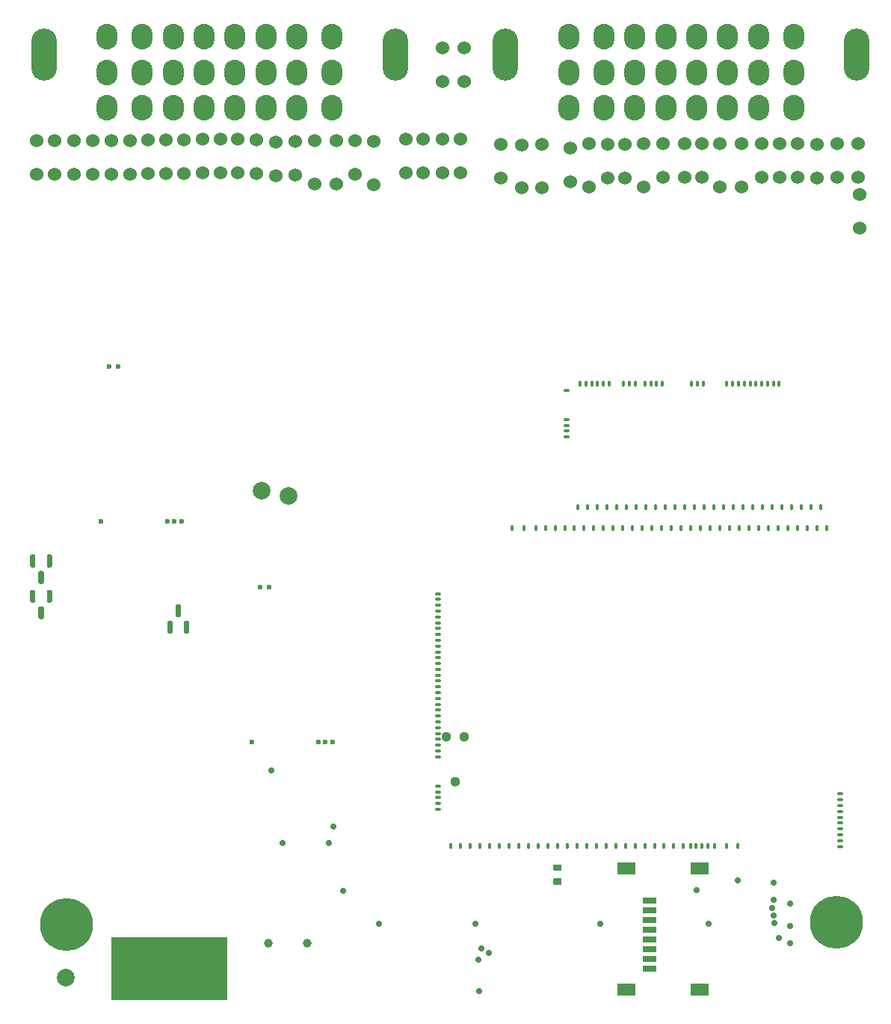
<source format=gbs>
G75*
G70*
%OFA0B0*%
%FSLAX25Y25*%
%IPPOS*%
%LPD*%
%AMOC8*
5,1,8,0,0,1.08239X$1,22.5*
%
%AMM214*
21,1,0.015350,0.009840,-0.000000,-0.000000,270.000000*
21,1,0.000000,0.025200,-0.000000,-0.000000,270.000000*
1,1,0.015350,-0.004920,-0.000000*
1,1,0.015350,-0.004920,-0.000000*
1,1,0.015350,0.004920,-0.000000*
1,1,0.015350,0.004920,-0.000000*
%
%AMM215*
21,1,0.015350,0.009840,-0.000000,-0.000000,180.000000*
21,1,0.000000,0.025200,-0.000000,-0.000000,180.000000*
1,1,0.015350,-0.000000,0.004920*
1,1,0.015350,-0.000000,0.004920*
1,1,0.015350,-0.000000,-0.004920*
1,1,0.015350,-0.000000,-0.004920*
%
%AMM305*
21,1,0.015350,0.009840,-0.000000,-0.000000,90.000000*
21,1,0.000000,0.025200,-0.000000,-0.000000,90.000000*
1,1,0.015350,0.004920,-0.000000*
1,1,0.015350,0.004920,-0.000000*
1,1,0.015350,-0.004920,-0.000000*
1,1,0.015350,-0.004920,-0.000000*
%
%ADD121C,0.02913*%
%ADD13C,0.02362*%
%ADD14C,0.06000*%
%ADD15C,0.23622*%
%ADD16C,0.07874*%
%ADD237C,0.04451*%
%ADD365M214*%
%ADD366M215*%
%ADD460M305*%
%ADD55C,0.03937*%
%ADD67C,0.00472*%
%ADD68O,0.11417X0.23228*%
%ADD69O,0.09449X0.11417*%
%ADD83R,0.05906X0.03150*%
%ADD84R,0.07874X0.05709*%
X0000000Y0000000D02*
%LPD*%
G01*
D67*
X0038780Y0000787D02*
X0038780Y0028346D01*
X0038780Y0028346D02*
X0089961Y0028346D01*
X0089961Y0028346D02*
X0089961Y0000787D01*
X0089961Y0000787D02*
X0038780Y0000787D01*
G36*
X0089961Y0000787D02*
G01*
X0038780Y0000787D01*
X0038780Y0028346D01*
X0089961Y0028346D01*
X0089961Y0000787D01*
G37*
X0089961Y0000787D02*
X0038780Y0000787D01*
X0038780Y0028346D01*
X0089961Y0028346D01*
X0089961Y0000787D01*
D16*
X0117717Y0225157D03*
X0105630Y0227205D03*
D13*
X0334232Y0045177D03*
X0341456Y0043504D03*
X0333385Y0041339D03*
X0334232Y0037894D03*
X0334527Y0034547D03*
X0341456Y0033268D03*
X0336299Y0028150D03*
X0341456Y0025591D03*
X0318129Y0053839D03*
X0334173Y0052657D03*
D14*
X0302165Y0367106D03*
X0302165Y0382106D03*
D15*
X0018909Y0033933D03*
D14*
X0177953Y0383878D03*
X0177953Y0368878D03*
X0294488Y0367106D03*
X0294488Y0382106D03*
X0095276Y0368878D03*
X0095276Y0383878D03*
X0251772Y0381890D03*
X0251772Y0362598D03*
X0372362Y0344429D03*
X0372362Y0359429D03*
G36*
G01*
X0241339Y0251758D02*
X0242323Y0251758D01*
G75*
G02*
X0242815Y0251266I0000000J-000492D01*
G01*
X0242815Y0251266D01*
G75*
G02*
X0242323Y0250774I-000492J0000000D01*
G01*
X0241339Y0250774D01*
G75*
G02*
X0240846Y0251266I0000000J0000492D01*
G01*
X0240846Y0251266D01*
G75*
G02*
X0241339Y0251758I0000492J0000000D01*
G01*
G37*
G36*
G01*
X0241339Y0254356D02*
X0242323Y0254356D01*
G75*
G02*
X0242815Y0253864I0000000J-000492D01*
G01*
X0242815Y0253864D01*
G75*
G02*
X0242323Y0253372I-000492J0000000D01*
G01*
X0241339Y0253372D01*
G75*
G02*
X0240846Y0253864I0000000J0000492D01*
G01*
X0240846Y0253864D01*
G75*
G02*
X0241339Y0254356I0000492J0000000D01*
G01*
G37*
G36*
G01*
X0241339Y0256955D02*
X0242323Y0256955D01*
G75*
G02*
X0242815Y0256463I0000000J-000492D01*
G01*
X0242815Y0256463D01*
G75*
G02*
X0242323Y0255970I-000492J0000000D01*
G01*
X0241339Y0255970D01*
G75*
G02*
X0240846Y0256463I0000000J0000492D01*
G01*
X0240846Y0256463D01*
G75*
G02*
X0241339Y0256955I0000492J0000000D01*
G01*
G37*
G36*
G01*
X0241339Y0259553D02*
X0242323Y0259553D01*
G75*
G02*
X0242815Y0259061I0000000J-000492D01*
G01*
X0242815Y0259061D01*
G75*
G02*
X0242323Y0258569I-000492J0000000D01*
G01*
X0241339Y0258569D01*
G75*
G02*
X0240846Y0259061I0000000J0000492D01*
G01*
X0240846Y0259061D01*
G75*
G02*
X0241339Y0259553I0000492J0000000D01*
G01*
G37*
G36*
G01*
X0241339Y0272545D02*
X0242323Y0272545D01*
G75*
G02*
X0242815Y0272053I0000000J-000492D01*
G01*
X0242815Y0272053D01*
G75*
G02*
X0242323Y0271561I-000492J0000000D01*
G01*
X0241339Y0271561D01*
G75*
G02*
X0240846Y0272053I0000000J0000492D01*
G01*
X0240846Y0272053D01*
G75*
G02*
X0241339Y0272545I0000492J0000000D01*
G01*
G37*
G36*
G01*
X0354606Y0219400D02*
X0354606Y0220385D01*
G75*
G02*
X0355098Y0220877I0000492J0000000D01*
G01*
X0355098Y0220877D01*
G75*
G02*
X0355591Y0220385I0000000J-000492D01*
G01*
X0355591Y0219400D01*
G75*
G02*
X0355098Y0218908I-000492J0000000D01*
G01*
X0355098Y0218908D01*
G75*
G02*
X0354606Y0219400I0000000J0000492D01*
G01*
G37*
G36*
G01*
X0351260Y0220385D02*
X0351260Y0219400D01*
G75*
G02*
X0350768Y0218908I-000492J0000000D01*
G01*
X0350768Y0218908D01*
G75*
G02*
X0350276Y0219400I0000000J0000492D01*
G01*
X0350276Y0220385D01*
G75*
G02*
X0350768Y0220877I0000492J0000000D01*
G01*
X0350768Y0220877D01*
G75*
G02*
X0351260Y0220385I0000000J-000492D01*
G01*
G37*
G36*
G01*
X0346929Y0220385D02*
X0346929Y0219400D01*
G75*
G02*
X0346437Y0218908I-000492J0000000D01*
G01*
X0346437Y0218908D01*
G75*
G02*
X0345945Y0219400I0000000J0000492D01*
G01*
X0345945Y0220385D01*
G75*
G02*
X0346437Y0220877I0000492J0000000D01*
G01*
X0346437Y0220877D01*
G75*
G02*
X0346929Y0220385I0000000J-000492D01*
G01*
G37*
G36*
G01*
X0342598Y0220385D02*
X0342598Y0219400D01*
G75*
G02*
X0342106Y0218908I-000492J0000000D01*
G01*
X0342106Y0218908D01*
G75*
G02*
X0341614Y0219400I0000000J0000492D01*
G01*
X0341614Y0220385D01*
G75*
G02*
X0342106Y0220877I0000492J0000000D01*
G01*
X0342106Y0220877D01*
G75*
G02*
X0342598Y0220385I0000000J-000492D01*
G01*
G37*
G36*
G01*
X0338268Y0220385D02*
X0338268Y0219400D01*
G75*
G02*
X0337776Y0218908I-000492J0000000D01*
G01*
X0337776Y0218908D01*
G75*
G02*
X0337283Y0219400I0000000J0000492D01*
G01*
X0337283Y0220385D01*
G75*
G02*
X0337776Y0220877I0000492J0000000D01*
G01*
X0337776Y0220877D01*
G75*
G02*
X0338268Y0220385I0000000J-000492D01*
G01*
G37*
G36*
G01*
X0333937Y0220385D02*
X0333937Y0219400D01*
G75*
G02*
X0333445Y0218908I-000492J0000000D01*
G01*
X0333445Y0218908D01*
G75*
G02*
X0332953Y0219400I0000000J0000492D01*
G01*
X0332953Y0220385D01*
G75*
G02*
X0333445Y0220877I0000492J0000000D01*
G01*
X0333445Y0220877D01*
G75*
G02*
X0333937Y0220385I0000000J-000492D01*
G01*
G37*
G36*
G01*
X0329606Y0220385D02*
X0329606Y0219400D01*
G75*
G02*
X0329114Y0218908I-000492J0000000D01*
G01*
X0329114Y0218908D01*
G75*
G02*
X0328622Y0219400I0000000J0000492D01*
G01*
X0328622Y0220385D01*
G75*
G02*
X0329114Y0220877I0000492J0000000D01*
G01*
X0329114Y0220877D01*
G75*
G02*
X0329606Y0220385I0000000J-000492D01*
G01*
G37*
G36*
G01*
X0325276Y0220385D02*
X0325276Y0219400D01*
G75*
G02*
X0324783Y0218908I-000492J0000000D01*
G01*
X0324783Y0218908D01*
G75*
G02*
X0324291Y0219400I0000000J0000492D01*
G01*
X0324291Y0220385D01*
G75*
G02*
X0324783Y0220877I0000492J0000000D01*
G01*
X0324783Y0220877D01*
G75*
G02*
X0325276Y0220385I0000000J-000492D01*
G01*
G37*
G36*
G01*
X0320945Y0220385D02*
X0320945Y0219400D01*
G75*
G02*
X0320453Y0218908I-000492J0000000D01*
G01*
X0320453Y0218908D01*
G75*
G02*
X0319961Y0219400I0000000J0000492D01*
G01*
X0319961Y0220385D01*
G75*
G02*
X0320453Y0220877I0000492J0000000D01*
G01*
X0320453Y0220877D01*
G75*
G02*
X0320945Y0220385I0000000J-000492D01*
G01*
G37*
G36*
G01*
X0316614Y0220385D02*
X0316614Y0219400D01*
G75*
G02*
X0316122Y0218908I-000492J0000000D01*
G01*
X0316122Y0218908D01*
G75*
G02*
X0315630Y0219400I0000000J0000492D01*
G01*
X0315630Y0220385D01*
G75*
G02*
X0316122Y0220877I0000492J0000000D01*
G01*
X0316122Y0220877D01*
G75*
G02*
X0316614Y0220385I0000000J-000492D01*
G01*
G37*
G36*
G01*
X0312284Y0220385D02*
X0312284Y0219400D01*
G75*
G02*
X0311791Y0218908I-000492J0000000D01*
G01*
X0311791Y0218908D01*
G75*
G02*
X0311299Y0219400I0000000J0000492D01*
G01*
X0311299Y0220385D01*
G75*
G02*
X0311791Y0220877I0000492J0000000D01*
G01*
X0311791Y0220877D01*
G75*
G02*
X0312284Y0220385I0000000J-000492D01*
G01*
G37*
G36*
G01*
X0307953Y0220385D02*
X0307953Y0219400D01*
G75*
G02*
X0307461Y0218908I-000492J0000000D01*
G01*
X0307461Y0218908D01*
G75*
G02*
X0306969Y0219400I0000000J0000492D01*
G01*
X0306969Y0220385D01*
G75*
G02*
X0307461Y0220877I0000492J0000000D01*
G01*
X0307461Y0220877D01*
G75*
G02*
X0307953Y0220385I0000000J-000492D01*
G01*
G37*
G36*
G01*
X0303622Y0220385D02*
X0303622Y0219400D01*
G75*
G02*
X0303130Y0218908I-000492J0000000D01*
G01*
X0303130Y0218908D01*
G75*
G02*
X0302638Y0219400I0000000J0000492D01*
G01*
X0302638Y0220385D01*
G75*
G02*
X0303130Y0220877I0000492J0000000D01*
G01*
X0303130Y0220877D01*
G75*
G02*
X0303622Y0220385I0000000J-000492D01*
G01*
G37*
G36*
G01*
X0299291Y0220385D02*
X0299291Y0219400D01*
G75*
G02*
X0298799Y0218908I-000492J0000000D01*
G01*
X0298799Y0218908D01*
G75*
G02*
X0298307Y0219400I0000000J0000492D01*
G01*
X0298307Y0220385D01*
G75*
G02*
X0298799Y0220877I0000492J0000000D01*
G01*
X0298799Y0220877D01*
G75*
G02*
X0299291Y0220385I0000000J-000492D01*
G01*
G37*
G36*
G01*
X0294961Y0220385D02*
X0294961Y0219400D01*
G75*
G02*
X0294469Y0218908I-000492J0000000D01*
G01*
X0294469Y0218908D01*
G75*
G02*
X0293976Y0219400I0000000J0000492D01*
G01*
X0293976Y0220385D01*
G75*
G02*
X0294469Y0220877I0000492J0000000D01*
G01*
X0294469Y0220877D01*
G75*
G02*
X0294961Y0220385I0000000J-000492D01*
G01*
G37*
G36*
G01*
X0290630Y0220385D02*
X0290630Y0219400D01*
G75*
G02*
X0290138Y0218908I-000492J0000000D01*
G01*
X0290138Y0218908D01*
G75*
G02*
X0289646Y0219400I0000000J0000492D01*
G01*
X0289646Y0220385D01*
G75*
G02*
X0290138Y0220877I0000492J0000000D01*
G01*
X0290138Y0220877D01*
G75*
G02*
X0290630Y0220385I0000000J-000492D01*
G01*
G37*
G36*
G01*
X0286299Y0220385D02*
X0286299Y0219400D01*
G75*
G02*
X0285807Y0218908I-000492J0000000D01*
G01*
X0285807Y0218908D01*
G75*
G02*
X0285315Y0219400I0000000J0000492D01*
G01*
X0285315Y0220385D01*
G75*
G02*
X0285807Y0220877I0000492J0000000D01*
G01*
X0285807Y0220877D01*
G75*
G02*
X0286299Y0220385I0000000J-000492D01*
G01*
G37*
G36*
G01*
X0281969Y0220385D02*
X0281969Y0219400D01*
G75*
G02*
X0281476Y0218908I-000492J0000000D01*
G01*
X0281476Y0218908D01*
G75*
G02*
X0280984Y0219400I0000000J0000492D01*
G01*
X0280984Y0220385D01*
G75*
G02*
X0281476Y0220877I0000492J0000000D01*
G01*
X0281476Y0220877D01*
G75*
G02*
X0281969Y0220385I0000000J-000492D01*
G01*
G37*
G36*
G01*
X0277638Y0220385D02*
X0277638Y0219400D01*
G75*
G02*
X0277146Y0218908I-000492J0000000D01*
G01*
X0277146Y0218908D01*
G75*
G02*
X0276654Y0219400I0000000J0000492D01*
G01*
X0276654Y0220385D01*
G75*
G02*
X0277146Y0220877I0000492J0000000D01*
G01*
X0277146Y0220877D01*
G75*
G02*
X0277638Y0220385I0000000J-000492D01*
G01*
G37*
G36*
G01*
X0273307Y0220385D02*
X0273307Y0219400D01*
G75*
G02*
X0272815Y0218908I-000492J0000000D01*
G01*
X0272815Y0218908D01*
G75*
G02*
X0272323Y0219400I0000000J0000492D01*
G01*
X0272323Y0220385D01*
G75*
G02*
X0272815Y0220877I0000492J0000000D01*
G01*
X0272815Y0220877D01*
G75*
G02*
X0273307Y0220385I0000000J-000492D01*
G01*
G37*
G36*
G01*
X0268977Y0220385D02*
X0268977Y0219400D01*
G75*
G02*
X0268484Y0218908I-000492J0000000D01*
G01*
X0268484Y0218908D01*
G75*
G02*
X0267992Y0219400I0000000J0000492D01*
G01*
X0267992Y0220385D01*
G75*
G02*
X0268484Y0220877I0000492J0000000D01*
G01*
X0268484Y0220877D01*
G75*
G02*
X0268977Y0220385I0000000J-000492D01*
G01*
G37*
G36*
G01*
X0264646Y0220385D02*
X0264646Y0219400D01*
G75*
G02*
X0264154Y0218908I-000492J0000000D01*
G01*
X0264154Y0218908D01*
G75*
G02*
X0263662Y0219400I0000000J0000492D01*
G01*
X0263662Y0220385D01*
G75*
G02*
X0264154Y0220877I0000492J0000000D01*
G01*
X0264154Y0220877D01*
G75*
G02*
X0264646Y0220385I0000000J-000492D01*
G01*
G37*
G36*
G01*
X0260315Y0220385D02*
X0260315Y0219400D01*
G75*
G02*
X0259823Y0218908I-000492J0000000D01*
G01*
X0259823Y0218908D01*
G75*
G02*
X0259331Y0219400I0000000J0000492D01*
G01*
X0259331Y0220385D01*
G75*
G02*
X0259823Y0220877I0000492J0000000D01*
G01*
X0259823Y0220877D01*
G75*
G02*
X0260315Y0220385I0000000J-000492D01*
G01*
G37*
G36*
G01*
X0255984Y0220385D02*
X0255984Y0219400D01*
G75*
G02*
X0255492Y0218908I-000492J0000000D01*
G01*
X0255492Y0218908D01*
G75*
G02*
X0255000Y0219400I0000000J0000492D01*
G01*
X0255000Y0220385D01*
G75*
G02*
X0255492Y0220877I0000492J0000000D01*
G01*
X0255492Y0220877D01*
G75*
G02*
X0255984Y0220385I0000000J-000492D01*
G01*
G37*
G36*
G01*
X0251654Y0220385D02*
X0251654Y0219400D01*
G75*
G02*
X0251162Y0218908I-000492J0000000D01*
G01*
X0251162Y0218908D01*
G75*
G02*
X0250669Y0219400I0000000J0000492D01*
G01*
X0250669Y0220385D01*
G75*
G02*
X0251162Y0220877I0000492J0000000D01*
G01*
X0251162Y0220877D01*
G75*
G02*
X0251654Y0220385I0000000J-000492D01*
G01*
G37*
G36*
G01*
X0247323Y0220385D02*
X0247323Y0219400D01*
G75*
G02*
X0246831Y0218908I-000492J0000000D01*
G01*
X0246831Y0218908D01*
G75*
G02*
X0246339Y0219400I0000000J0000492D01*
G01*
X0246339Y0220385D01*
G75*
G02*
X0246831Y0220877I0000492J0000000D01*
G01*
X0246831Y0220877D01*
G75*
G02*
X0247323Y0220385I0000000J-000492D01*
G01*
G37*
G36*
G01*
X0248311Y0275353D02*
X0248311Y0274369D01*
G75*
G02*
X0247819Y0273877I-000492J0000000D01*
G01*
X0247819Y0273877D01*
G75*
G02*
X0247327Y0274369I0000000J0000492D01*
G01*
X0247327Y0275353D01*
G75*
G02*
X0247819Y0275845I0000492J0000000D01*
G01*
X0247819Y0275845D01*
G75*
G02*
X0248311Y0275353I0000000J-000492D01*
G01*
G37*
G36*
G01*
X0250909Y0275353D02*
X0250909Y0274369D01*
G75*
G02*
X0250417Y0273877I-000492J0000000D01*
G01*
X0250417Y0273877D01*
G75*
G02*
X0249925Y0274369I0000000J0000492D01*
G01*
X0249925Y0275353D01*
G75*
G02*
X0250417Y0275845I0000492J0000000D01*
G01*
X0250417Y0275845D01*
G75*
G02*
X0250909Y0275353I0000000J-000492D01*
G01*
G37*
G36*
G01*
X0253508Y0275353D02*
X0253508Y0274369D01*
G75*
G02*
X0253016Y0273877I-000492J0000000D01*
G01*
X0253016Y0273877D01*
G75*
G02*
X0252524Y0274369I0000000J0000492D01*
G01*
X0252524Y0275353D01*
G75*
G02*
X0253016Y0275845I0000492J0000000D01*
G01*
X0253016Y0275845D01*
G75*
G02*
X0253508Y0275353I0000000J-000492D01*
G01*
G37*
G36*
G01*
X0256106Y0275353D02*
X0256106Y0274369D01*
G75*
G02*
X0255614Y0273877I-000492J0000000D01*
G01*
X0255614Y0273877D01*
G75*
G02*
X0255122Y0274369I0000000J0000492D01*
G01*
X0255122Y0275353D01*
G75*
G02*
X0255614Y0275845I0000492J0000000D01*
G01*
X0255614Y0275845D01*
G75*
G02*
X0256106Y0275353I0000000J-000492D01*
G01*
G37*
G36*
G01*
X0258705Y0275353D02*
X0258705Y0274369D01*
G75*
G02*
X0258213Y0273877I-000492J0000000D01*
G01*
X0258213Y0273877D01*
G75*
G02*
X0257720Y0274369I0000000J0000492D01*
G01*
X0257720Y0275353D01*
G75*
G02*
X0258213Y0275845I0000492J0000000D01*
G01*
X0258213Y0275845D01*
G75*
G02*
X0258705Y0275353I0000000J-000492D01*
G01*
G37*
G36*
G01*
X0261303Y0275353D02*
X0261303Y0274369D01*
G75*
G02*
X0260811Y0273877I-000492J0000000D01*
G01*
X0260811Y0273877D01*
G75*
G02*
X0260319Y0274369I0000000J0000492D01*
G01*
X0260319Y0275353D01*
G75*
G02*
X0260811Y0275845I0000492J0000000D01*
G01*
X0260811Y0275845D01*
G75*
G02*
X0261303Y0275353I0000000J-000492D01*
G01*
G37*
G36*
G01*
X0267606Y0275353D02*
X0267606Y0274369D01*
G75*
G02*
X0267114Y0273877I-000492J0000000D01*
G01*
X0267114Y0273877D01*
G75*
G02*
X0266622Y0274369I0000000J0000492D01*
G01*
X0266622Y0275353D01*
G75*
G02*
X0267114Y0275845I0000492J0000000D01*
G01*
X0267114Y0275845D01*
G75*
G02*
X0267606Y0275353I0000000J-000492D01*
G01*
G37*
G36*
G01*
X0270205Y0275353D02*
X0270205Y0274369D01*
G75*
G02*
X0269713Y0273877I-000492J0000000D01*
G01*
X0269713Y0273877D01*
G75*
G02*
X0269220Y0274369I0000000J0000492D01*
G01*
X0269220Y0275353D01*
G75*
G02*
X0269713Y0275845I0000492J0000000D01*
G01*
X0269713Y0275845D01*
G75*
G02*
X0270205Y0275353I0000000J-000492D01*
G01*
G37*
G36*
G01*
X0272803Y0275353D02*
X0272803Y0274369D01*
G75*
G02*
X0272311Y0273877I-000492J0000000D01*
G01*
X0272311Y0273877D01*
G75*
G02*
X0271819Y0274369I0000000J0000492D01*
G01*
X0271819Y0275353D01*
G75*
G02*
X0272311Y0275845I0000492J0000000D01*
G01*
X0272311Y0275845D01*
G75*
G02*
X0272803Y0275353I0000000J-000492D01*
G01*
G37*
G36*
G01*
X0277216Y0275353D02*
X0277216Y0274369D01*
G75*
G02*
X0276724Y0273877I-000492J0000000D01*
G01*
X0276724Y0273877D01*
G75*
G02*
X0276232Y0274369I0000000J0000492D01*
G01*
X0276232Y0275353D01*
G75*
G02*
X0276724Y0275845I0000492J0000000D01*
G01*
X0276724Y0275845D01*
G75*
G02*
X0277216Y0275353I0000000J-000492D01*
G01*
G37*
G36*
G01*
X0279815Y0275353D02*
X0279815Y0274369D01*
G75*
G02*
X0279322Y0273877I-000492J0000000D01*
G01*
X0279322Y0273877D01*
G75*
G02*
X0278830Y0274369I0000000J0000492D01*
G01*
X0278830Y0275353D01*
G75*
G02*
X0279322Y0275845I0000492J0000000D01*
G01*
X0279322Y0275845D01*
G75*
G02*
X0279815Y0275353I0000000J-000492D01*
G01*
G37*
G36*
G01*
X0282413Y0275353D02*
X0282413Y0274369D01*
G75*
G02*
X0281921Y0273877I-000492J0000000D01*
G01*
X0281921Y0273877D01*
G75*
G02*
X0281429Y0274369I0000000J0000492D01*
G01*
X0281429Y0275353D01*
G75*
G02*
X0281921Y0275845I0000492J0000000D01*
G01*
X0281921Y0275845D01*
G75*
G02*
X0282413Y0275353I0000000J-000492D01*
G01*
G37*
G36*
G01*
X0285011Y0275353D02*
X0285011Y0274369D01*
G75*
G02*
X0284519Y0273877I-000492J0000000D01*
G01*
X0284519Y0273877D01*
G75*
G02*
X0284027Y0274369I0000000J0000492D01*
G01*
X0284027Y0275353D01*
G75*
G02*
X0284519Y0275845I0000492J0000000D01*
G01*
X0284519Y0275845D01*
G75*
G02*
X0285011Y0275353I0000000J-000492D01*
G01*
G37*
G36*
G01*
X0298106Y0275353D02*
X0298106Y0274369D01*
G75*
G02*
X0297614Y0273877I-000492J0000000D01*
G01*
X0297614Y0273877D01*
G75*
G02*
X0297122Y0274369I0000000J0000492D01*
G01*
X0297122Y0275353D01*
G75*
G02*
X0297614Y0275845I0000492J0000000D01*
G01*
X0297614Y0275845D01*
G75*
G02*
X0298106Y0275353I0000000J-000492D01*
G01*
G37*
G36*
G01*
X0300705Y0275353D02*
X0300705Y0274369D01*
G75*
G02*
X0300213Y0273877I-000492J0000000D01*
G01*
X0300213Y0273877D01*
G75*
G02*
X0299720Y0274369I0000000J0000492D01*
G01*
X0299720Y0275353D01*
G75*
G02*
X0300213Y0275845I0000492J0000000D01*
G01*
X0300213Y0275845D01*
G75*
G02*
X0300705Y0275353I0000000J-000492D01*
G01*
G37*
G36*
G01*
X0303303Y0275353D02*
X0303303Y0274369D01*
G75*
G02*
X0302811Y0273877I-000492J0000000D01*
G01*
X0302811Y0273877D01*
G75*
G02*
X0302319Y0274369I0000000J0000492D01*
G01*
X0302319Y0275353D01*
G75*
G02*
X0302811Y0275845I0000492J0000000D01*
G01*
X0302811Y0275845D01*
G75*
G02*
X0303303Y0275353I0000000J-000492D01*
G01*
G37*
G36*
G01*
X0313720Y0275353D02*
X0313720Y0274369D01*
G75*
G02*
X0313228Y0273877I-000492J0000000D01*
G01*
X0313228Y0273877D01*
G75*
G02*
X0312736Y0274369I0000000J0000492D01*
G01*
X0312736Y0275353D01*
G75*
G02*
X0313228Y0275845I0000492J0000000D01*
G01*
X0313228Y0275845D01*
G75*
G02*
X0313720Y0275353I0000000J-000492D01*
G01*
G37*
G36*
G01*
X0316319Y0275353D02*
X0316319Y0274369D01*
G75*
G02*
X0315827Y0273877I-000492J0000000D01*
G01*
X0315827Y0273877D01*
G75*
G02*
X0315335Y0274369I0000000J0000492D01*
G01*
X0315335Y0275353D01*
G75*
G02*
X0315827Y0275845I0000492J0000000D01*
G01*
X0315827Y0275845D01*
G75*
G02*
X0316319Y0275353I0000000J-000492D01*
G01*
G37*
G36*
G01*
X0318917Y0275353D02*
X0318917Y0274369D01*
G75*
G02*
X0318425Y0273877I-000492J0000000D01*
G01*
X0318425Y0273877D01*
G75*
G02*
X0317933Y0274369I0000000J0000492D01*
G01*
X0317933Y0275353D01*
G75*
G02*
X0318425Y0275845I0000492J0000000D01*
G01*
X0318425Y0275845D01*
G75*
G02*
X0318917Y0275353I0000000J-000492D01*
G01*
G37*
G36*
G01*
X0321516Y0275353D02*
X0321516Y0274369D01*
G75*
G02*
X0321024Y0273877I-000492J0000000D01*
G01*
X0321024Y0273877D01*
G75*
G02*
X0320531Y0274369I0000000J0000492D01*
G01*
X0320531Y0275353D01*
G75*
G02*
X0321024Y0275845I0000492J0000000D01*
G01*
X0321024Y0275845D01*
G75*
G02*
X0321516Y0275353I0000000J-000492D01*
G01*
G37*
G36*
G01*
X0324114Y0275353D02*
X0324114Y0274369D01*
G75*
G02*
X0323622Y0273877I-000492J0000000D01*
G01*
X0323622Y0273877D01*
G75*
G02*
X0323130Y0274369I0000000J0000492D01*
G01*
X0323130Y0275353D01*
G75*
G02*
X0323622Y0275845I0000492J0000000D01*
G01*
X0323622Y0275845D01*
G75*
G02*
X0324114Y0275353I0000000J-000492D01*
G01*
G37*
G36*
G01*
X0326713Y0275353D02*
X0326713Y0274369D01*
G75*
G02*
X0326220Y0273877I-000492J0000000D01*
G01*
X0326220Y0273877D01*
G75*
G02*
X0325728Y0274369I0000000J0000492D01*
G01*
X0325728Y0275353D01*
G75*
G02*
X0326220Y0275845I0000492J0000000D01*
G01*
X0326220Y0275845D01*
G75*
G02*
X0326713Y0275353I0000000J-000492D01*
G01*
G37*
G36*
G01*
X0329311Y0275353D02*
X0329311Y0274369D01*
G75*
G02*
X0328819Y0273877I-000492J0000000D01*
G01*
X0328819Y0273877D01*
G75*
G02*
X0328327Y0274369I0000000J0000492D01*
G01*
X0328327Y0275353D01*
G75*
G02*
X0328819Y0275845I0000492J0000000D01*
G01*
X0328819Y0275845D01*
G75*
G02*
X0329311Y0275353I0000000J-000492D01*
G01*
G37*
G36*
G01*
X0331909Y0275353D02*
X0331909Y0274369D01*
G75*
G02*
X0331417Y0273877I-000492J0000000D01*
G01*
X0331417Y0273877D01*
G75*
G02*
X0330925Y0274369I0000000J0000492D01*
G01*
X0330925Y0275353D01*
G75*
G02*
X0331417Y0275845I0000492J0000000D01*
G01*
X0331417Y0275845D01*
G75*
G02*
X0331909Y0275353I0000000J-000492D01*
G01*
G37*
G36*
G01*
X0334508Y0275353D02*
X0334508Y0274369D01*
G75*
G02*
X0334016Y0273877I-000492J0000000D01*
G01*
X0334016Y0273877D01*
G75*
G02*
X0333524Y0274369I0000000J0000492D01*
G01*
X0333524Y0275353D01*
G75*
G02*
X0334016Y0275845I0000492J0000000D01*
G01*
X0334016Y0275845D01*
G75*
G02*
X0334508Y0275353I0000000J-000492D01*
G01*
G37*
G36*
G01*
X0337106Y0275353D02*
X0337106Y0274369D01*
G75*
G02*
X0336614Y0273877I-000492J0000000D01*
G01*
X0336614Y0273877D01*
G75*
G02*
X0336122Y0274369I0000000J0000492D01*
G01*
X0336122Y0275353D01*
G75*
G02*
X0336614Y0275845I0000492J0000000D01*
G01*
X0336614Y0275845D01*
G75*
G02*
X0337106Y0275353I0000000J-000492D01*
G01*
G37*
D68*
X0165354Y0421654D03*
X0008661Y0421654D03*
D69*
X0036811Y0398031D03*
X0052559Y0398031D03*
X0066339Y0398031D03*
X0080118Y0398031D03*
X0093898Y0398031D03*
X0107677Y0398031D03*
X0121457Y0398031D03*
X0137205Y0398031D03*
X0036811Y0413780D03*
X0052559Y0413780D03*
X0066339Y0413780D03*
X0080118Y0413780D03*
X0093898Y0413780D03*
X0107677Y0413780D03*
X0121457Y0413780D03*
X0137205Y0413780D03*
X0036811Y0429528D03*
X0052559Y0429528D03*
X0066339Y0429528D03*
X0080118Y0429528D03*
X0093898Y0429528D03*
X0107677Y0429528D03*
X0121457Y0429528D03*
X0137205Y0429528D03*
D14*
X0186417Y0409823D03*
X0186417Y0424823D03*
X0362402Y0366909D03*
X0362402Y0381909D03*
X0170079Y0368878D03*
X0170079Y0383878D03*
D55*
X0125984Y0025591D03*
X0108661Y0025591D03*
D14*
X0013583Y0368353D03*
X0013583Y0383353D03*
X0267913Y0366713D03*
X0267913Y0381713D03*
X0087402Y0368878D03*
X0087402Y0383878D03*
X0284843Y0366909D03*
X0284843Y0381909D03*
X0047047Y0368484D03*
X0047047Y0383484D03*
D13*
X0203740Y0023327D03*
X0207185Y0021260D03*
X0202559Y0018307D03*
X0202854Y0004331D03*
X0109992Y0102693D03*
X0115208Y0070311D03*
X0135809Y0070380D03*
X0137748Y0077791D03*
X0142177Y0048854D03*
X0101476Y0115354D03*
X0131004Y0115354D03*
X0134154Y0115354D03*
X0137303Y0115354D03*
X0108957Y0184350D03*
X0105020Y0184350D03*
D14*
X0260236Y0366713D03*
X0260236Y0381713D03*
X0112205Y0367697D03*
X0112205Y0382697D03*
X0038780Y0368484D03*
X0038780Y0383484D03*
X0129528Y0383464D03*
X0129528Y0364173D03*
X0005305Y0368353D03*
X0005305Y0383353D03*
X0055118Y0368681D03*
X0055118Y0383681D03*
X0212402Y0366713D03*
X0212402Y0381713D03*
X0103346Y0368681D03*
X0103346Y0383681D03*
X0319669Y0381870D03*
X0319669Y0362579D03*
X0353543Y0381713D03*
X0353543Y0366713D03*
X0063189Y0368681D03*
X0063189Y0383681D03*
X0275984Y0381890D03*
X0275984Y0362598D03*
X0022047Y0368287D03*
X0022047Y0383287D03*
X0120866Y0367894D03*
X0120866Y0382894D03*
D15*
X0362000Y0034933D03*
D14*
X0071063Y0368681D03*
X0071063Y0383681D03*
X0079528Y0368878D03*
X0079528Y0383878D03*
X0155906Y0383071D03*
X0155906Y0363779D03*
X0147441Y0368484D03*
X0147441Y0383484D03*
X0186614Y0368878D03*
X0186614Y0383878D03*
G36*
G01*
X0184096Y0085841D02*
X0185081Y0085841D01*
G75*
G02*
X0185573Y0085349I0000000J-000492D01*
G01*
X0185573Y0085349D01*
G75*
G02*
X0185081Y0084857I-000492J0000000D01*
G01*
X0184096Y0084857D01*
G75*
G02*
X0183604Y0085349I0000000J0000492D01*
G01*
X0183604Y0085349D01*
G75*
G02*
X0184096Y0085841I0000492J0000000D01*
G01*
G37*
G36*
G01*
X0185081Y0087455D02*
X0184096Y0087455D01*
G75*
G02*
X0183604Y0087947I0000000J0000492D01*
G01*
X0183604Y0087947D01*
G75*
G02*
X0184096Y0088439I0000492J0000000D01*
G01*
X0185081Y0088439D01*
G75*
G02*
X0185573Y0087947I0000000J-000492D01*
G01*
X0185573Y0087947D01*
G75*
G02*
X0185081Y0087455I-000492J0000000D01*
G01*
G37*
G36*
G01*
X0185081Y0090054D02*
X0184096Y0090054D01*
G75*
G02*
X0183604Y0090546I0000000J0000492D01*
G01*
X0183604Y0090546D01*
G75*
G02*
X0184096Y0091038I0000492J0000000D01*
G01*
X0185081Y0091038D01*
G75*
G02*
X0185573Y0090546I0000000J-000492D01*
G01*
X0185573Y0090546D01*
G75*
G02*
X0185081Y0090054I-000492J0000000D01*
G01*
G37*
G36*
G01*
X0185081Y0092652D02*
X0184096Y0092652D01*
G75*
G02*
X0183604Y0093144I0000000J0000492D01*
G01*
X0183604Y0093144D01*
G75*
G02*
X0184096Y0093636I0000492J0000000D01*
G01*
X0185081Y0093636D01*
G75*
G02*
X0185573Y0093144I0000000J-000492D01*
G01*
X0185573Y0093144D01*
G75*
G02*
X0185081Y0092652I-000492J0000000D01*
G01*
G37*
G36*
G01*
X0185081Y0095250D02*
X0184096Y0095250D01*
G75*
G02*
X0183604Y0095743I0000000J0000492D01*
G01*
X0183604Y0095743D01*
G75*
G02*
X0184096Y0096235I0000492J0000000D01*
G01*
X0185081Y0096235D01*
G75*
G02*
X0185573Y0095743I0000000J-000492D01*
G01*
X0185573Y0095743D01*
G75*
G02*
X0185081Y0095250I-000492J0000000D01*
G01*
G37*
G36*
G01*
X0185081Y0108243D02*
X0184096Y0108243D01*
G75*
G02*
X0183604Y0108735I0000000J0000492D01*
G01*
X0183604Y0108735D01*
G75*
G02*
X0184096Y0109227I0000492J0000000D01*
G01*
X0185081Y0109227D01*
G75*
G02*
X0185573Y0108735I0000000J-000492D01*
G01*
X0185573Y0108735D01*
G75*
G02*
X0185081Y0108243I-000492J0000000D01*
G01*
G37*
G36*
G01*
X0185081Y0110841D02*
X0184096Y0110841D01*
G75*
G02*
X0183604Y0111333I0000000J0000492D01*
G01*
X0183604Y0111333D01*
G75*
G02*
X0184096Y0111825I0000492J0000000D01*
G01*
X0185081Y0111825D01*
G75*
G02*
X0185573Y0111333I0000000J-000492D01*
G01*
X0185573Y0111333D01*
G75*
G02*
X0185081Y0110841I-000492J0000000D01*
G01*
G37*
G36*
G01*
X0185081Y0113439D02*
X0184096Y0113439D01*
G75*
G02*
X0183604Y0113932I0000000J0000492D01*
G01*
X0183604Y0113932D01*
G75*
G02*
X0184096Y0114424I0000492J0000000D01*
G01*
X0185081Y0114424D01*
G75*
G02*
X0185573Y0113932I0000000J-000492D01*
G01*
X0185573Y0113932D01*
G75*
G02*
X0185081Y0113439I-000492J0000000D01*
G01*
G37*
G36*
G01*
X0185081Y0116038D02*
X0184096Y0116038D01*
G75*
G02*
X0183604Y0116530I0000000J0000492D01*
G01*
X0183604Y0116530D01*
G75*
G02*
X0184096Y0117022I0000492J0000000D01*
G01*
X0185081Y0117022D01*
G75*
G02*
X0185573Y0116530I0000000J-000492D01*
G01*
X0185573Y0116530D01*
G75*
G02*
X0185081Y0116038I-000492J0000000D01*
G01*
G37*
G36*
G01*
X0185081Y0118636D02*
X0184096Y0118636D01*
G75*
G02*
X0183604Y0119128I0000000J0000492D01*
G01*
X0183604Y0119128D01*
G75*
G02*
X0184096Y0119621I0000492J0000000D01*
G01*
X0185081Y0119621D01*
G75*
G02*
X0185573Y0119128I0000000J-000492D01*
G01*
X0185573Y0119128D01*
G75*
G02*
X0185081Y0118636I-000492J0000000D01*
G01*
G37*
G36*
G01*
X0185081Y0121235D02*
X0184096Y0121235D01*
G75*
G02*
X0183604Y0121727I0000000J0000492D01*
G01*
X0183604Y0121727D01*
G75*
G02*
X0184096Y0122219I0000492J0000000D01*
G01*
X0185081Y0122219D01*
G75*
G02*
X0185573Y0121727I0000000J-000492D01*
G01*
X0185573Y0121727D01*
G75*
G02*
X0185081Y0121235I-000492J0000000D01*
G01*
G37*
G36*
G01*
X0185081Y0123833D02*
X0184096Y0123833D01*
G75*
G02*
X0183604Y0124325I0000000J0000492D01*
G01*
X0183604Y0124325D01*
G75*
G02*
X0184096Y0124817I0000492J0000000D01*
G01*
X0185081Y0124817D01*
G75*
G02*
X0185573Y0124325I0000000J-000492D01*
G01*
X0185573Y0124325D01*
G75*
G02*
X0185081Y0123833I-000492J0000000D01*
G01*
G37*
G36*
G01*
X0185081Y0126432D02*
X0184096Y0126432D01*
G75*
G02*
X0183604Y0126924I0000000J0000492D01*
G01*
X0183604Y0126924D01*
G75*
G02*
X0184096Y0127416I0000492J0000000D01*
G01*
X0185081Y0127416D01*
G75*
G02*
X0185573Y0126924I0000000J-000492D01*
G01*
X0185573Y0126924D01*
G75*
G02*
X0185081Y0126432I-000492J0000000D01*
G01*
G37*
G36*
G01*
X0185081Y0129030D02*
X0184096Y0129030D01*
G75*
G02*
X0183604Y0129522I0000000J0000492D01*
G01*
X0183604Y0129522D01*
G75*
G02*
X0184096Y0130014I0000492J0000000D01*
G01*
X0185081Y0130014D01*
G75*
G02*
X0185573Y0129522I0000000J-000492D01*
G01*
X0185573Y0129522D01*
G75*
G02*
X0185081Y0129030I-000492J0000000D01*
G01*
G37*
G36*
G01*
X0185081Y0131628D02*
X0184096Y0131628D01*
G75*
G02*
X0183604Y0132121I0000000J0000492D01*
G01*
X0183604Y0132121D01*
G75*
G02*
X0184096Y0132613I0000492J0000000D01*
G01*
X0185081Y0132613D01*
G75*
G02*
X0185573Y0132121I0000000J-000492D01*
G01*
X0185573Y0132121D01*
G75*
G02*
X0185081Y0131628I-000492J0000000D01*
G01*
G37*
G36*
G01*
X0185081Y0134227D02*
X0184096Y0134227D01*
G75*
G02*
X0183604Y0134719I0000000J0000492D01*
G01*
X0183604Y0134719D01*
G75*
G02*
X0184096Y0135211I0000492J0000000D01*
G01*
X0185081Y0135211D01*
G75*
G02*
X0185573Y0134719I0000000J-000492D01*
G01*
X0185573Y0134719D01*
G75*
G02*
X0185081Y0134227I-000492J0000000D01*
G01*
G37*
G36*
G01*
X0185081Y0136825D02*
X0184096Y0136825D01*
G75*
G02*
X0183604Y0137317I0000000J0000492D01*
G01*
X0183604Y0137317D01*
G75*
G02*
X0184096Y0137810I0000492J0000000D01*
G01*
X0185081Y0137810D01*
G75*
G02*
X0185573Y0137317I0000000J-000492D01*
G01*
X0185573Y0137317D01*
G75*
G02*
X0185081Y0136825I-000492J0000000D01*
G01*
G37*
G36*
G01*
X0185081Y0139424D02*
X0184096Y0139424D01*
G75*
G02*
X0183604Y0139916I0000000J0000492D01*
G01*
X0183604Y0139916D01*
G75*
G02*
X0184096Y0140408I0000492J0000000D01*
G01*
X0185081Y0140408D01*
G75*
G02*
X0185573Y0139916I0000000J-000492D01*
G01*
X0185573Y0139916D01*
G75*
G02*
X0185081Y0139424I-000492J0000000D01*
G01*
G37*
G36*
G01*
X0185081Y0142022D02*
X0184096Y0142022D01*
G75*
G02*
X0183604Y0142514I0000000J0000492D01*
G01*
X0183604Y0142514D01*
G75*
G02*
X0184096Y0143006I0000492J0000000D01*
G01*
X0185081Y0143006D01*
G75*
G02*
X0185573Y0142514I0000000J-000492D01*
G01*
X0185573Y0142514D01*
G75*
G02*
X0185081Y0142022I-000492J0000000D01*
G01*
G37*
G36*
G01*
X0185081Y0144621D02*
X0184096Y0144621D01*
G75*
G02*
X0183604Y0145113I0000000J0000492D01*
G01*
X0183604Y0145113D01*
G75*
G02*
X0184096Y0145605I0000492J0000000D01*
G01*
X0185081Y0145605D01*
G75*
G02*
X0185573Y0145113I0000000J-000492D01*
G01*
X0185573Y0145113D01*
G75*
G02*
X0185081Y0144621I-000492J0000000D01*
G01*
G37*
G36*
G01*
X0185081Y0147219D02*
X0184096Y0147219D01*
G75*
G02*
X0183604Y0147711I0000000J0000492D01*
G01*
X0183604Y0147711D01*
G75*
G02*
X0184096Y0148203I0000492J0000000D01*
G01*
X0185081Y0148203D01*
G75*
G02*
X0185573Y0147711I0000000J-000492D01*
G01*
X0185573Y0147711D01*
G75*
G02*
X0185081Y0147219I-000492J0000000D01*
G01*
G37*
G36*
G01*
X0185081Y0149817D02*
X0184096Y0149817D01*
G75*
G02*
X0183604Y0150310I0000000J0000492D01*
G01*
X0183604Y0150310D01*
G75*
G02*
X0184096Y0150802I0000492J0000000D01*
G01*
X0185081Y0150802D01*
G75*
G02*
X0185573Y0150310I0000000J-000492D01*
G01*
X0185573Y0150310D01*
G75*
G02*
X0185081Y0149817I-000492J0000000D01*
G01*
G37*
G36*
G01*
X0185081Y0152416D02*
X0184096Y0152416D01*
G75*
G02*
X0183604Y0152908I0000000J0000492D01*
G01*
X0183604Y0152908D01*
G75*
G02*
X0184096Y0153400I0000492J0000000D01*
G01*
X0185081Y0153400D01*
G75*
G02*
X0185573Y0152908I0000000J-000492D01*
G01*
X0185573Y0152908D01*
G75*
G02*
X0185081Y0152416I-000492J0000000D01*
G01*
G37*
G36*
G01*
X0185081Y0155014D02*
X0184096Y0155014D01*
G75*
G02*
X0183604Y0155506I0000000J0000492D01*
G01*
X0183604Y0155506D01*
G75*
G02*
X0184096Y0155999I0000492J0000000D01*
G01*
X0185081Y0155999D01*
G75*
G02*
X0185573Y0155506I0000000J-000492D01*
G01*
X0185573Y0155506D01*
G75*
G02*
X0185081Y0155014I-000492J0000000D01*
G01*
G37*
G36*
G01*
X0185081Y0157613D02*
X0184096Y0157613D01*
G75*
G02*
X0183604Y0158105I0000000J0000492D01*
G01*
X0183604Y0158105D01*
G75*
G02*
X0184096Y0158597I0000492J0000000D01*
G01*
X0185081Y0158597D01*
G75*
G02*
X0185573Y0158105I0000000J-000492D01*
G01*
X0185573Y0158105D01*
G75*
G02*
X0185081Y0157613I-000492J0000000D01*
G01*
G37*
G36*
G01*
X0185081Y0160211D02*
X0184096Y0160211D01*
G75*
G02*
X0183604Y0160703I0000000J0000492D01*
G01*
X0183604Y0160703D01*
G75*
G02*
X0184096Y0161195I0000492J0000000D01*
G01*
X0185081Y0161195D01*
G75*
G02*
X0185573Y0160703I0000000J-000492D01*
G01*
X0185573Y0160703D01*
G75*
G02*
X0185081Y0160211I-000492J0000000D01*
G01*
G37*
G36*
G01*
X0185081Y0162810D02*
X0184096Y0162810D01*
G75*
G02*
X0183604Y0163302I0000000J0000492D01*
G01*
X0183604Y0163302D01*
G75*
G02*
X0184096Y0163794I0000492J0000000D01*
G01*
X0185081Y0163794D01*
G75*
G02*
X0185573Y0163302I0000000J-000492D01*
G01*
X0185573Y0163302D01*
G75*
G02*
X0185081Y0162810I-000492J0000000D01*
G01*
G37*
G36*
G01*
X0185081Y0165408D02*
X0184096Y0165408D01*
G75*
G02*
X0183604Y0165900I0000000J0000492D01*
G01*
X0183604Y0165900D01*
G75*
G02*
X0184096Y0166392I0000492J0000000D01*
G01*
X0185081Y0166392D01*
G75*
G02*
X0185573Y0165900I0000000J-000492D01*
G01*
X0185573Y0165900D01*
G75*
G02*
X0185081Y0165408I-000492J0000000D01*
G01*
G37*
G36*
G01*
X0185081Y0168006D02*
X0184096Y0168006D01*
G75*
G02*
X0183604Y0168499I0000000J0000492D01*
G01*
X0183604Y0168499D01*
G75*
G02*
X0184096Y0168991I0000492J0000000D01*
G01*
X0185081Y0168991D01*
G75*
G02*
X0185573Y0168499I0000000J-000492D01*
G01*
X0185573Y0168499D01*
G75*
G02*
X0185081Y0168006I-000492J0000000D01*
G01*
G37*
G36*
G01*
X0185081Y0170605D02*
X0184096Y0170605D01*
G75*
G02*
X0183604Y0171097I0000000J0000492D01*
G01*
X0183604Y0171097D01*
G75*
G02*
X0184096Y0171589I0000492J0000000D01*
G01*
X0185081Y0171589D01*
G75*
G02*
X0185573Y0171097I0000000J-000492D01*
G01*
X0185573Y0171097D01*
G75*
G02*
X0185081Y0170605I-000492J0000000D01*
G01*
G37*
G36*
G01*
X0185081Y0173203D02*
X0184096Y0173203D01*
G75*
G02*
X0183604Y0173695I0000000J0000492D01*
G01*
X0183604Y0173695D01*
G75*
G02*
X0184096Y0174188I0000492J0000000D01*
G01*
X0185081Y0174188D01*
G75*
G02*
X0185573Y0173695I0000000J-000492D01*
G01*
X0185573Y0173695D01*
G75*
G02*
X0185081Y0173203I-000492J0000000D01*
G01*
G37*
G36*
G01*
X0185081Y0175802D02*
X0184096Y0175802D01*
G75*
G02*
X0183604Y0176294I0000000J0000492D01*
G01*
X0183604Y0176294D01*
G75*
G02*
X0184096Y0176786I0000492J0000000D01*
G01*
X0185081Y0176786D01*
G75*
G02*
X0185573Y0176294I0000000J-000492D01*
G01*
X0185573Y0176294D01*
G75*
G02*
X0185081Y0175802I-000492J0000000D01*
G01*
G37*
G36*
G01*
X0185081Y0178400D02*
X0184096Y0178400D01*
G75*
G02*
X0183604Y0178892I0000000J0000492D01*
G01*
X0183604Y0178892D01*
G75*
G02*
X0184096Y0179384I0000492J0000000D01*
G01*
X0185081Y0179384D01*
G75*
G02*
X0185573Y0178892I0000000J-000492D01*
G01*
X0185573Y0178892D01*
G75*
G02*
X0185081Y0178400I-000492J0000000D01*
G01*
G37*
G36*
G01*
X0185081Y0180999D02*
X0184096Y0180999D01*
G75*
G02*
X0183604Y0181491I0000000J0000492D01*
G01*
X0183604Y0181491D01*
G75*
G02*
X0184096Y0181983I0000492J0000000D01*
G01*
X0185081Y0181983D01*
G75*
G02*
X0185573Y0181491I0000000J-000492D01*
G01*
X0185573Y0181491D01*
G75*
G02*
X0185081Y0180999I-000492J0000000D01*
G01*
G37*
G36*
G01*
X0317746Y0068609D02*
X0317746Y0069593D01*
G75*
G02*
X0318238Y0070085I0000492J0000000D01*
G01*
X0318238Y0070085D01*
G75*
G02*
X0318730Y0069593I0000000J-000492D01*
G01*
X0318730Y0068609D01*
G75*
G02*
X0318238Y0068117I-000492J0000000D01*
G01*
X0318238Y0068117D01*
G75*
G02*
X0317746Y0068609I0000000J0000492D01*
G01*
G37*
G36*
G01*
X0313533Y0069593D02*
X0313533Y0068609D01*
G75*
G02*
X0313041Y0068117I-000492J0000000D01*
G01*
X0313041Y0068117D01*
G75*
G02*
X0312549Y0068609I0000000J0000492D01*
G01*
X0312549Y0069593D01*
G75*
G02*
X0313041Y0070085I0000492J0000000D01*
G01*
X0313041Y0070085D01*
G75*
G02*
X0313533Y0069593I0000000J-000492D01*
G01*
G37*
G36*
G01*
X0308337Y0069593D02*
X0308337Y0068609D01*
G75*
G02*
X0307844Y0068117I-000492J0000000D01*
G01*
X0307844Y0068117D01*
G75*
G02*
X0307352Y0068609I0000000J0000492D01*
G01*
X0307352Y0069593D01*
G75*
G02*
X0307844Y0070085I0000492J0000000D01*
G01*
X0307844Y0070085D01*
G75*
G02*
X0308337Y0069593I0000000J-000492D01*
G01*
G37*
G36*
G01*
X0305344Y0069593D02*
X0305344Y0068609D01*
G75*
G02*
X0304852Y0068117I-000492J0000000D01*
G01*
X0304852Y0068117D01*
G75*
G02*
X0304360Y0068609I0000000J0000492D01*
G01*
X0304360Y0069593D01*
G75*
G02*
X0304852Y0070085I0000492J0000000D01*
G01*
X0304852Y0070085D01*
G75*
G02*
X0305344Y0069593I0000000J-000492D01*
G01*
G37*
G36*
G01*
X0302726Y0069593D02*
X0302726Y0068609D01*
G75*
G02*
X0302234Y0068117I-000492J0000000D01*
G01*
X0302234Y0068117D01*
G75*
G02*
X0301742Y0068609I0000000J0000492D01*
G01*
X0301742Y0069593D01*
G75*
G02*
X0302234Y0070085I0000492J0000000D01*
G01*
X0302234Y0070085D01*
G75*
G02*
X0302726Y0069593I0000000J-000492D01*
G01*
G37*
G36*
G01*
X0300108Y0069593D02*
X0300108Y0068609D01*
G75*
G02*
X0299616Y0068117I-000492J0000000D01*
G01*
X0299616Y0068117D01*
G75*
G02*
X0299124Y0068609I0000000J0000492D01*
G01*
X0299124Y0069593D01*
G75*
G02*
X0299616Y0070085I0000492J0000000D01*
G01*
X0299616Y0070085D01*
G75*
G02*
X0300108Y0069593I0000000J-000492D01*
G01*
G37*
G36*
G01*
X0297490Y0069593D02*
X0297490Y0068609D01*
G75*
G02*
X0296998Y0068117I-000492J0000000D01*
G01*
X0296998Y0068117D01*
G75*
G02*
X0296506Y0068609I0000000J0000492D01*
G01*
X0296506Y0069593D01*
G75*
G02*
X0296998Y0070085I0000492J0000000D01*
G01*
X0296998Y0070085D01*
G75*
G02*
X0297490Y0069593I0000000J-000492D01*
G01*
G37*
G36*
G01*
X0294439Y0069593D02*
X0294439Y0068609D01*
G75*
G02*
X0293947Y0068117I-000492J0000000D01*
G01*
X0293947Y0068117D01*
G75*
G02*
X0293455Y0068609I0000000J0000492D01*
G01*
X0293455Y0069593D01*
G75*
G02*
X0293947Y0070085I0000492J0000000D01*
G01*
X0293947Y0070085D01*
G75*
G02*
X0294439Y0069593I0000000J-000492D01*
G01*
G37*
G36*
G01*
X0290108Y0069593D02*
X0290108Y0068609D01*
G75*
G02*
X0289616Y0068117I-000492J0000000D01*
G01*
X0289616Y0068117D01*
G75*
G02*
X0289124Y0068609I0000000J0000492D01*
G01*
X0289124Y0069593D01*
G75*
G02*
X0289616Y0070085I0000492J0000000D01*
G01*
X0289616Y0070085D01*
G75*
G02*
X0290108Y0069593I0000000J-000492D01*
G01*
G37*
G36*
G01*
X0285778Y0069593D02*
X0285778Y0068609D01*
G75*
G02*
X0285285Y0068117I-000492J0000000D01*
G01*
X0285285Y0068117D01*
G75*
G02*
X0284793Y0068609I0000000J0000492D01*
G01*
X0284793Y0069593D01*
G75*
G02*
X0285285Y0070085I0000492J0000000D01*
G01*
X0285285Y0070085D01*
G75*
G02*
X0285778Y0069593I0000000J-000492D01*
G01*
G37*
G36*
G01*
X0281447Y0069593D02*
X0281447Y0068609D01*
G75*
G02*
X0280955Y0068117I-000492J0000000D01*
G01*
X0280955Y0068117D01*
G75*
G02*
X0280463Y0068609I0000000J0000492D01*
G01*
X0280463Y0069593D01*
G75*
G02*
X0280955Y0070085I0000492J0000000D01*
G01*
X0280955Y0070085D01*
G75*
G02*
X0281447Y0069593I0000000J-000492D01*
G01*
G37*
G36*
G01*
X0277116Y0069593D02*
X0277116Y0068609D01*
G75*
G02*
X0276624Y0068117I-000492J0000000D01*
G01*
X0276624Y0068117D01*
G75*
G02*
X0276132Y0068609I0000000J0000492D01*
G01*
X0276132Y0069593D01*
G75*
G02*
X0276624Y0070085I0000492J0000000D01*
G01*
X0276624Y0070085D01*
G75*
G02*
X0277116Y0069593I0000000J-000492D01*
G01*
G37*
G36*
G01*
X0272785Y0069593D02*
X0272785Y0068609D01*
G75*
G02*
X0272293Y0068117I-000492J0000000D01*
G01*
X0272293Y0068117D01*
G75*
G02*
X0271801Y0068609I0000000J0000492D01*
G01*
X0271801Y0069593D01*
G75*
G02*
X0272293Y0070085I0000492J0000000D01*
G01*
X0272293Y0070085D01*
G75*
G02*
X0272785Y0069593I0000000J-000492D01*
G01*
G37*
G36*
G01*
X0268455Y0069593D02*
X0268455Y0068609D01*
G75*
G02*
X0267963Y0068117I-000492J0000000D01*
G01*
X0267963Y0068117D01*
G75*
G02*
X0267471Y0068609I0000000J0000492D01*
G01*
X0267471Y0069593D01*
G75*
G02*
X0267963Y0070085I0000492J0000000D01*
G01*
X0267963Y0070085D01*
G75*
G02*
X0268455Y0069593I0000000J-000492D01*
G01*
G37*
G36*
G01*
X0264124Y0069593D02*
X0264124Y0068609D01*
G75*
G02*
X0263632Y0068117I-000492J0000000D01*
G01*
X0263632Y0068117D01*
G75*
G02*
X0263140Y0068609I0000000J0000492D01*
G01*
X0263140Y0069593D01*
G75*
G02*
X0263632Y0070085I0000492J0000000D01*
G01*
X0263632Y0070085D01*
G75*
G02*
X0264124Y0069593I0000000J-000492D01*
G01*
G37*
G36*
G01*
X0259793Y0069593D02*
X0259793Y0068609D01*
G75*
G02*
X0259301Y0068117I-000492J0000000D01*
G01*
X0259301Y0068117D01*
G75*
G02*
X0258809Y0068609I0000000J0000492D01*
G01*
X0258809Y0069593D01*
G75*
G02*
X0259301Y0070085I0000492J0000000D01*
G01*
X0259301Y0070085D01*
G75*
G02*
X0259793Y0069593I0000000J-000492D01*
G01*
G37*
G36*
G01*
X0255463Y0069593D02*
X0255463Y0068609D01*
G75*
G02*
X0254971Y0068117I-000492J0000000D01*
G01*
X0254971Y0068117D01*
G75*
G02*
X0254478Y0068609I0000000J0000492D01*
G01*
X0254478Y0069593D01*
G75*
G02*
X0254971Y0070085I0000492J0000000D01*
G01*
X0254971Y0070085D01*
G75*
G02*
X0255463Y0069593I0000000J-000492D01*
G01*
G37*
G36*
G01*
X0251132Y0069593D02*
X0251132Y0068609D01*
G75*
G02*
X0250640Y0068117I-000492J0000000D01*
G01*
X0250640Y0068117D01*
G75*
G02*
X0250148Y0068609I0000000J0000492D01*
G01*
X0250148Y0069593D01*
G75*
G02*
X0250640Y0070085I0000492J0000000D01*
G01*
X0250640Y0070085D01*
G75*
G02*
X0251132Y0069593I0000000J-000492D01*
G01*
G37*
G36*
G01*
X0246801Y0069593D02*
X0246801Y0068609D01*
G75*
G02*
X0246309Y0068117I-000492J0000000D01*
G01*
X0246309Y0068117D01*
G75*
G02*
X0245817Y0068609I0000000J0000492D01*
G01*
X0245817Y0069593D01*
G75*
G02*
X0246309Y0070085I0000492J0000000D01*
G01*
X0246309Y0070085D01*
G75*
G02*
X0246801Y0069593I0000000J-000492D01*
G01*
G37*
G36*
G01*
X0242471Y0069593D02*
X0242471Y0068609D01*
G75*
G02*
X0241978Y0068117I-000492J0000000D01*
G01*
X0241978Y0068117D01*
G75*
G02*
X0241486Y0068609I0000000J0000492D01*
G01*
X0241486Y0069593D01*
G75*
G02*
X0241978Y0070085I0000492J0000000D01*
G01*
X0241978Y0070085D01*
G75*
G02*
X0242471Y0069593I0000000J-000492D01*
G01*
G37*
G36*
G01*
X0238140Y0069593D02*
X0238140Y0068609D01*
G75*
G02*
X0237648Y0068117I-000492J0000000D01*
G01*
X0237648Y0068117D01*
G75*
G02*
X0237156Y0068609I0000000J0000492D01*
G01*
X0237156Y0069593D01*
G75*
G02*
X0237648Y0070085I0000492J0000000D01*
G01*
X0237648Y0070085D01*
G75*
G02*
X0238140Y0069593I0000000J-000492D01*
G01*
G37*
G36*
G01*
X0233809Y0069593D02*
X0233809Y0068609D01*
G75*
G02*
X0233317Y0068117I-000492J0000000D01*
G01*
X0233317Y0068117D01*
G75*
G02*
X0232825Y0068609I0000000J0000492D01*
G01*
X0232825Y0069593D01*
G75*
G02*
X0233317Y0070085I0000492J0000000D01*
G01*
X0233317Y0070085D01*
G75*
G02*
X0233809Y0069593I0000000J-000492D01*
G01*
G37*
G36*
G01*
X0229478Y0069593D02*
X0229478Y0068609D01*
G75*
G02*
X0228986Y0068117I-000492J0000000D01*
G01*
X0228986Y0068117D01*
G75*
G02*
X0228494Y0068609I0000000J0000492D01*
G01*
X0228494Y0069593D01*
G75*
G02*
X0228986Y0070085I0000492J0000000D01*
G01*
X0228986Y0070085D01*
G75*
G02*
X0229478Y0069593I0000000J-000492D01*
G01*
G37*
G36*
G01*
X0225148Y0069593D02*
X0225148Y0068609D01*
G75*
G02*
X0224656Y0068117I-000492J0000000D01*
G01*
X0224656Y0068117D01*
G75*
G02*
X0224164Y0068609I0000000J0000492D01*
G01*
X0224164Y0069593D01*
G75*
G02*
X0224656Y0070085I0000492J0000000D01*
G01*
X0224656Y0070085D01*
G75*
G02*
X0225148Y0069593I0000000J-000492D01*
G01*
G37*
G36*
G01*
X0220817Y0069593D02*
X0220817Y0068609D01*
G75*
G02*
X0220325Y0068117I-000492J0000000D01*
G01*
X0220325Y0068117D01*
G75*
G02*
X0219833Y0068609I0000000J0000492D01*
G01*
X0219833Y0069593D01*
G75*
G02*
X0220325Y0070085I0000492J0000000D01*
G01*
X0220325Y0070085D01*
G75*
G02*
X0220817Y0069593I0000000J-000492D01*
G01*
G37*
G36*
G01*
X0216486Y0069593D02*
X0216486Y0068609D01*
G75*
G02*
X0215994Y0068117I-000492J0000000D01*
G01*
X0215994Y0068117D01*
G75*
G02*
X0215502Y0068609I0000000J0000492D01*
G01*
X0215502Y0069593D01*
G75*
G02*
X0215994Y0070085I0000492J0000000D01*
G01*
X0215994Y0070085D01*
G75*
G02*
X0216486Y0069593I0000000J-000492D01*
G01*
G37*
G36*
G01*
X0212156Y0069593D02*
X0212156Y0068609D01*
G75*
G02*
X0211664Y0068117I-000492J0000000D01*
G01*
X0211664Y0068117D01*
G75*
G02*
X0211171Y0068609I0000000J0000492D01*
G01*
X0211171Y0069593D01*
G75*
G02*
X0211664Y0070085I0000492J0000000D01*
G01*
X0211664Y0070085D01*
G75*
G02*
X0212156Y0069593I0000000J-000492D01*
G01*
G37*
G36*
G01*
X0207825Y0069593D02*
X0207825Y0068609D01*
G75*
G02*
X0207333Y0068117I-000492J0000000D01*
G01*
X0207333Y0068117D01*
G75*
G02*
X0206841Y0068609I0000000J0000492D01*
G01*
X0206841Y0069593D01*
G75*
G02*
X0207333Y0070085I0000492J0000000D01*
G01*
X0207333Y0070085D01*
G75*
G02*
X0207825Y0069593I0000000J-000492D01*
G01*
G37*
G36*
G01*
X0203494Y0069593D02*
X0203494Y0068609D01*
G75*
G02*
X0203002Y0068117I-000492J0000000D01*
G01*
X0203002Y0068117D01*
G75*
G02*
X0202510Y0068609I0000000J0000492D01*
G01*
X0202510Y0069593D01*
G75*
G02*
X0203002Y0070085I0000492J0000000D01*
G01*
X0203002Y0070085D01*
G75*
G02*
X0203494Y0069593I0000000J-000492D01*
G01*
G37*
G36*
G01*
X0199164Y0069593D02*
X0199164Y0068609D01*
G75*
G02*
X0198671Y0068117I-000492J0000000D01*
G01*
X0198671Y0068117D01*
G75*
G02*
X0198179Y0068609I0000000J0000492D01*
G01*
X0198179Y0069593D01*
G75*
G02*
X0198671Y0070085I0000492J0000000D01*
G01*
X0198671Y0070085D01*
G75*
G02*
X0199164Y0069593I0000000J-000492D01*
G01*
G37*
G36*
G01*
X0194833Y0069593D02*
X0194833Y0068609D01*
G75*
G02*
X0194341Y0068117I-000492J0000000D01*
G01*
X0194341Y0068117D01*
G75*
G02*
X0193849Y0068609I0000000J0000492D01*
G01*
X0193849Y0069593D01*
G75*
G02*
X0194341Y0070085I0000492J0000000D01*
G01*
X0194341Y0070085D01*
G75*
G02*
X0194833Y0069593I0000000J-000492D01*
G01*
G37*
G36*
G01*
X0190502Y0069593D02*
X0190502Y0068609D01*
G75*
G02*
X0190010Y0068117I-000492J0000000D01*
G01*
X0190010Y0068117D01*
G75*
G02*
X0189518Y0068609I0000000J0000492D01*
G01*
X0189518Y0069593D01*
G75*
G02*
X0190010Y0070085I0000492J0000000D01*
G01*
X0190010Y0070085D01*
G75*
G02*
X0190502Y0069593I0000000J-000492D01*
G01*
G37*
G36*
G01*
X0218061Y0211046D02*
X0218061Y0210062D01*
G75*
G02*
X0217569Y0209569I-000492J0000000D01*
G01*
X0217569Y0209569D01*
G75*
G02*
X0217077Y0210062I0000000J0000492D01*
G01*
X0217077Y0211046D01*
G75*
G02*
X0217569Y0211538I0000492J0000000D01*
G01*
X0217569Y0211538D01*
G75*
G02*
X0218061Y0211046I0000000J-000492D01*
G01*
G37*
G36*
G01*
X0222274Y0210062D02*
X0222274Y0211046D01*
G75*
G02*
X0222766Y0211538I0000492J0000000D01*
G01*
X0222766Y0211538D01*
G75*
G02*
X0223258Y0211046I0000000J-000492D01*
G01*
X0223258Y0210062D01*
G75*
G02*
X0222766Y0209569I-000492J0000000D01*
G01*
X0222766Y0209569D01*
G75*
G02*
X0222274Y0210062I0000000J0000492D01*
G01*
G37*
G36*
G01*
X0227470Y0210062D02*
X0227470Y0211046D01*
G75*
G02*
X0227963Y0211538I0000492J0000000D01*
G01*
X0227963Y0211538D01*
G75*
G02*
X0228455Y0211046I0000000J-000492D01*
G01*
X0228455Y0210062D01*
G75*
G02*
X0227963Y0209569I-000492J0000000D01*
G01*
X0227963Y0209569D01*
G75*
G02*
X0227470Y0210062I0000000J0000492D01*
G01*
G37*
G36*
G01*
X0231801Y0210062D02*
X0231801Y0211046D01*
G75*
G02*
X0232293Y0211538I0000492J0000000D01*
G01*
X0232293Y0211538D01*
G75*
G02*
X0232785Y0211046I0000000J-000492D01*
G01*
X0232785Y0210062D01*
G75*
G02*
X0232293Y0209569I-000492J0000000D01*
G01*
X0232293Y0209569D01*
G75*
G02*
X0231801Y0210062I0000000J0000492D01*
G01*
G37*
G36*
G01*
X0236132Y0210062D02*
X0236132Y0211046D01*
G75*
G02*
X0236624Y0211538I0000492J0000000D01*
G01*
X0236624Y0211538D01*
G75*
G02*
X0237116Y0211046I0000000J-000492D01*
G01*
X0237116Y0210062D01*
G75*
G02*
X0236624Y0209569I-000492J0000000D01*
G01*
X0236624Y0209569D01*
G75*
G02*
X0236132Y0210062I0000000J0000492D01*
G01*
G37*
G36*
G01*
X0240463Y0210062D02*
X0240463Y0211046D01*
G75*
G02*
X0240955Y0211538I0000492J0000000D01*
G01*
X0240955Y0211538D01*
G75*
G02*
X0241447Y0211046I0000000J-000492D01*
G01*
X0241447Y0210062D01*
G75*
G02*
X0240955Y0209569I-000492J0000000D01*
G01*
X0240955Y0209569D01*
G75*
G02*
X0240463Y0210062I0000000J0000492D01*
G01*
G37*
G36*
G01*
X0244793Y0210062D02*
X0244793Y0211046D01*
G75*
G02*
X0245285Y0211538I0000492J0000000D01*
G01*
X0245285Y0211538D01*
G75*
G02*
X0245778Y0211046I0000000J-000492D01*
G01*
X0245778Y0210062D01*
G75*
G02*
X0245285Y0209569I-000492J0000000D01*
G01*
X0245285Y0209569D01*
G75*
G02*
X0244793Y0210062I0000000J0000492D01*
G01*
G37*
G36*
G01*
X0249124Y0210062D02*
X0249124Y0211046D01*
G75*
G02*
X0249616Y0211538I0000492J0000000D01*
G01*
X0249616Y0211538D01*
G75*
G02*
X0250108Y0211046I0000000J-000492D01*
G01*
X0250108Y0210062D01*
G75*
G02*
X0249616Y0209569I-000492J0000000D01*
G01*
X0249616Y0209569D01*
G75*
G02*
X0249124Y0210062I0000000J0000492D01*
G01*
G37*
G36*
G01*
X0253455Y0210062D02*
X0253455Y0211046D01*
G75*
G02*
X0253947Y0211538I0000492J0000000D01*
G01*
X0253947Y0211538D01*
G75*
G02*
X0254439Y0211046I0000000J-000492D01*
G01*
X0254439Y0210062D01*
G75*
G02*
X0253947Y0209569I-000492J0000000D01*
G01*
X0253947Y0209569D01*
G75*
G02*
X0253455Y0210062I0000000J0000492D01*
G01*
G37*
G36*
G01*
X0257785Y0210062D02*
X0257785Y0211046D01*
G75*
G02*
X0258278Y0211538I0000492J0000000D01*
G01*
X0258278Y0211538D01*
G75*
G02*
X0258770Y0211046I0000000J-000492D01*
G01*
X0258770Y0210062D01*
G75*
G02*
X0258278Y0209569I-000492J0000000D01*
G01*
X0258278Y0209569D01*
G75*
G02*
X0257785Y0210062I0000000J0000492D01*
G01*
G37*
G36*
G01*
X0262116Y0210062D02*
X0262116Y0211046D01*
G75*
G02*
X0262608Y0211538I0000492J0000000D01*
G01*
X0262608Y0211538D01*
G75*
G02*
X0263100Y0211046I0000000J-000492D01*
G01*
X0263100Y0210062D01*
G75*
G02*
X0262608Y0209569I-000492J0000000D01*
G01*
X0262608Y0209569D01*
G75*
G02*
X0262116Y0210062I0000000J0000492D01*
G01*
G37*
G36*
G01*
X0266447Y0210062D02*
X0266447Y0211046D01*
G75*
G02*
X0266939Y0211538I0000492J0000000D01*
G01*
X0266939Y0211538D01*
G75*
G02*
X0267431Y0211046I0000000J-000492D01*
G01*
X0267431Y0210062D01*
G75*
G02*
X0266939Y0209569I-000492J0000000D01*
G01*
X0266939Y0209569D01*
G75*
G02*
X0266447Y0210062I0000000J0000492D01*
G01*
G37*
G36*
G01*
X0270777Y0210062D02*
X0270777Y0211046D01*
G75*
G02*
X0271270Y0211538I0000492J0000000D01*
G01*
X0271270Y0211538D01*
G75*
G02*
X0271762Y0211046I0000000J-000492D01*
G01*
X0271762Y0210062D01*
G75*
G02*
X0271270Y0209569I-000492J0000000D01*
G01*
X0271270Y0209569D01*
G75*
G02*
X0270777Y0210062I0000000J0000492D01*
G01*
G37*
G36*
G01*
X0275108Y0210062D02*
X0275108Y0211046D01*
G75*
G02*
X0275600Y0211538I0000492J0000000D01*
G01*
X0275600Y0211538D01*
G75*
G02*
X0276092Y0211046I0000000J-000492D01*
G01*
X0276092Y0210062D01*
G75*
G02*
X0275600Y0209569I-000492J0000000D01*
G01*
X0275600Y0209569D01*
G75*
G02*
X0275108Y0210062I0000000J0000492D01*
G01*
G37*
G36*
G01*
X0279439Y0210062D02*
X0279439Y0211046D01*
G75*
G02*
X0279931Y0211538I0000492J0000000D01*
G01*
X0279931Y0211538D01*
G75*
G02*
X0280423Y0211046I0000000J-000492D01*
G01*
X0280423Y0210062D01*
G75*
G02*
X0279931Y0209569I-000492J0000000D01*
G01*
X0279931Y0209569D01*
G75*
G02*
X0279439Y0210062I0000000J0000492D01*
G01*
G37*
G36*
G01*
X0283770Y0210062D02*
X0283770Y0211046D01*
G75*
G02*
X0284262Y0211538I0000492J0000000D01*
G01*
X0284262Y0211538D01*
G75*
G02*
X0284754Y0211046I0000000J-000492D01*
G01*
X0284754Y0210062D01*
G75*
G02*
X0284262Y0209569I-000492J0000000D01*
G01*
X0284262Y0209569D01*
G75*
G02*
X0283770Y0210062I0000000J0000492D01*
G01*
G37*
G36*
G01*
X0288100Y0210062D02*
X0288100Y0211046D01*
G75*
G02*
X0288592Y0211538I0000492J0000000D01*
G01*
X0288592Y0211538D01*
G75*
G02*
X0289085Y0211046I0000000J-000492D01*
G01*
X0289085Y0210062D01*
G75*
G02*
X0288592Y0209569I-000492J0000000D01*
G01*
X0288592Y0209569D01*
G75*
G02*
X0288100Y0210062I0000000J0000492D01*
G01*
G37*
G36*
G01*
X0292431Y0210062D02*
X0292431Y0211046D01*
G75*
G02*
X0292923Y0211538I0000492J0000000D01*
G01*
X0292923Y0211538D01*
G75*
G02*
X0293415Y0211046I0000000J-000492D01*
G01*
X0293415Y0210062D01*
G75*
G02*
X0292923Y0209569I-000492J0000000D01*
G01*
X0292923Y0209569D01*
G75*
G02*
X0292431Y0210062I0000000J0000492D01*
G01*
G37*
G36*
G01*
X0296762Y0210062D02*
X0296762Y0211046D01*
G75*
G02*
X0297254Y0211538I0000492J0000000D01*
G01*
X0297254Y0211538D01*
G75*
G02*
X0297746Y0211046I0000000J-000492D01*
G01*
X0297746Y0210062D01*
G75*
G02*
X0297254Y0209569I-000492J0000000D01*
G01*
X0297254Y0209569D01*
G75*
G02*
X0296762Y0210062I0000000J0000492D01*
G01*
G37*
G36*
G01*
X0301092Y0210062D02*
X0301092Y0211046D01*
G75*
G02*
X0301585Y0211538I0000492J0000000D01*
G01*
X0301585Y0211538D01*
G75*
G02*
X0302077Y0211046I0000000J-000492D01*
G01*
X0302077Y0210062D01*
G75*
G02*
X0301585Y0209569I-000492J0000000D01*
G01*
X0301585Y0209569D01*
G75*
G02*
X0301092Y0210062I0000000J0000492D01*
G01*
G37*
G36*
G01*
X0305423Y0210062D02*
X0305423Y0211046D01*
G75*
G02*
X0305915Y0211538I0000492J0000000D01*
G01*
X0305915Y0211538D01*
G75*
G02*
X0306407Y0211046I0000000J-000492D01*
G01*
X0306407Y0210062D01*
G75*
G02*
X0305915Y0209569I-000492J0000000D01*
G01*
X0305915Y0209569D01*
G75*
G02*
X0305423Y0210062I0000000J0000492D01*
G01*
G37*
G36*
G01*
X0309754Y0210062D02*
X0309754Y0211046D01*
G75*
G02*
X0310246Y0211538I0000492J0000000D01*
G01*
X0310246Y0211538D01*
G75*
G02*
X0310738Y0211046I0000000J-000492D01*
G01*
X0310738Y0210062D01*
G75*
G02*
X0310246Y0209569I-000492J0000000D01*
G01*
X0310246Y0209569D01*
G75*
G02*
X0309754Y0210062I0000000J0000492D01*
G01*
G37*
G36*
G01*
X0314084Y0210062D02*
X0314084Y0211046D01*
G75*
G02*
X0314577Y0211538I0000492J0000000D01*
G01*
X0314577Y0211538D01*
G75*
G02*
X0315069Y0211046I0000000J-000492D01*
G01*
X0315069Y0210062D01*
G75*
G02*
X0314577Y0209569I-000492J0000000D01*
G01*
X0314577Y0209569D01*
G75*
G02*
X0314084Y0210062I0000000J0000492D01*
G01*
G37*
G36*
G01*
X0318415Y0210062D02*
X0318415Y0211046D01*
G75*
G02*
X0318907Y0211538I0000492J0000000D01*
G01*
X0318907Y0211538D01*
G75*
G02*
X0319399Y0211046I0000000J-000492D01*
G01*
X0319399Y0210062D01*
G75*
G02*
X0318907Y0209569I-000492J0000000D01*
G01*
X0318907Y0209569D01*
G75*
G02*
X0318415Y0210062I0000000J0000492D01*
G01*
G37*
G36*
G01*
X0322746Y0210062D02*
X0322746Y0211046D01*
G75*
G02*
X0323238Y0211538I0000492J0000000D01*
G01*
X0323238Y0211538D01*
G75*
G02*
X0323730Y0211046I0000000J-000492D01*
G01*
X0323730Y0210062D01*
G75*
G02*
X0323238Y0209569I-000492J0000000D01*
G01*
X0323238Y0209569D01*
G75*
G02*
X0322746Y0210062I0000000J0000492D01*
G01*
G37*
G36*
G01*
X0327077Y0210062D02*
X0327077Y0211046D01*
G75*
G02*
X0327569Y0211538I0000492J0000000D01*
G01*
X0327569Y0211538D01*
G75*
G02*
X0328061Y0211046I0000000J-000492D01*
G01*
X0328061Y0210062D01*
G75*
G02*
X0327569Y0209569I-000492J0000000D01*
G01*
X0327569Y0209569D01*
G75*
G02*
X0327077Y0210062I0000000J0000492D01*
G01*
G37*
G36*
G01*
X0331407Y0210062D02*
X0331407Y0211046D01*
G75*
G02*
X0331899Y0211538I0000492J0000000D01*
G01*
X0331899Y0211538D01*
G75*
G02*
X0332392Y0211046I0000000J-000492D01*
G01*
X0332392Y0210062D01*
G75*
G02*
X0331899Y0209569I-000492J0000000D01*
G01*
X0331899Y0209569D01*
G75*
G02*
X0331407Y0210062I0000000J0000492D01*
G01*
G37*
G36*
G01*
X0335738Y0210062D02*
X0335738Y0211046D01*
G75*
G02*
X0336230Y0211538I0000492J0000000D01*
G01*
X0336230Y0211538D01*
G75*
G02*
X0336722Y0211046I0000000J-000492D01*
G01*
X0336722Y0210062D01*
G75*
G02*
X0336230Y0209569I-000492J0000000D01*
G01*
X0336230Y0209569D01*
G75*
G02*
X0335738Y0210062I0000000J0000492D01*
G01*
G37*
G36*
G01*
X0340069Y0210062D02*
X0340069Y0211046D01*
G75*
G02*
X0340561Y0211538I0000492J0000000D01*
G01*
X0340561Y0211538D01*
G75*
G02*
X0341053Y0211046I0000000J-000492D01*
G01*
X0341053Y0210062D01*
G75*
G02*
X0340561Y0209569I-000492J0000000D01*
G01*
X0340561Y0209569D01*
G75*
G02*
X0340069Y0210062I0000000J0000492D01*
G01*
G37*
G36*
G01*
X0344399Y0210062D02*
X0344399Y0211046D01*
G75*
G02*
X0344892Y0211538I0000492J0000000D01*
G01*
X0344892Y0211538D01*
G75*
G02*
X0345384Y0211046I0000000J-000492D01*
G01*
X0345384Y0210062D01*
G75*
G02*
X0344892Y0209569I-000492J0000000D01*
G01*
X0344892Y0209569D01*
G75*
G02*
X0344399Y0210062I0000000J0000492D01*
G01*
G37*
G36*
G01*
X0348730Y0210062D02*
X0348730Y0211046D01*
G75*
G02*
X0349222Y0211538I0000492J0000000D01*
G01*
X0349222Y0211538D01*
G75*
G02*
X0349714Y0211046I0000000J-000492D01*
G01*
X0349714Y0210062D01*
G75*
G02*
X0349222Y0209569I-000492J0000000D01*
G01*
X0349222Y0209569D01*
G75*
G02*
X0348730Y0210062I0000000J0000492D01*
G01*
G37*
G36*
G01*
X0353061Y0210062D02*
X0353061Y0211046D01*
G75*
G02*
X0353553Y0211538I0000492J0000000D01*
G01*
X0353553Y0211538D01*
G75*
G02*
X0354045Y0211046I0000000J-000492D01*
G01*
X0354045Y0210062D01*
G75*
G02*
X0353553Y0209569I-000492J0000000D01*
G01*
X0353553Y0209569D01*
G75*
G02*
X0353061Y0210062I0000000J0000492D01*
G01*
G37*
G36*
G01*
X0357391Y0210062D02*
X0357391Y0211046D01*
G75*
G02*
X0357884Y0211538I0000492J0000000D01*
G01*
X0357884Y0211538D01*
G75*
G02*
X0358376Y0211046I0000000J-000492D01*
G01*
X0358376Y0210062D01*
G75*
G02*
X0357884Y0209569I-000492J0000000D01*
G01*
X0357884Y0209569D01*
G75*
G02*
X0357391Y0210062I0000000J0000492D01*
G01*
G37*
G36*
G01*
X0363337Y0092711D02*
X0364321Y0092711D01*
G75*
G02*
X0364813Y0092219I0000000J-000492D01*
G01*
X0364813Y0092219D01*
G75*
G02*
X0364321Y0091727I-000492J0000000D01*
G01*
X0363337Y0091727D01*
G75*
G02*
X0362844Y0092219I0000000J0000492D01*
G01*
X0362844Y0092219D01*
G75*
G02*
X0363337Y0092711I0000492J0000000D01*
G01*
G37*
G36*
G01*
X0363337Y0090113D02*
X0364321Y0090113D01*
G75*
G02*
X0364813Y0089621I0000000J-000492D01*
G01*
X0364813Y0089621D01*
G75*
G02*
X0364321Y0089128I-000492J0000000D01*
G01*
X0363337Y0089128D01*
G75*
G02*
X0362844Y0089621I0000000J0000492D01*
G01*
X0362844Y0089621D01*
G75*
G02*
X0363337Y0090113I0000492J0000000D01*
G01*
G37*
G36*
G01*
X0363337Y0087514D02*
X0364321Y0087514D01*
G75*
G02*
X0364813Y0087022I0000000J-000492D01*
G01*
X0364813Y0087022D01*
G75*
G02*
X0364321Y0086530I-000492J0000000D01*
G01*
X0363337Y0086530D01*
G75*
G02*
X0362844Y0087022I0000000J0000492D01*
G01*
X0362844Y0087022D01*
G75*
G02*
X0363337Y0087514I0000492J0000000D01*
G01*
G37*
G36*
G01*
X0363337Y0084916D02*
X0364321Y0084916D01*
G75*
G02*
X0364813Y0084424I0000000J-000492D01*
G01*
X0364813Y0084424D01*
G75*
G02*
X0364321Y0083932I-000492J0000000D01*
G01*
X0363337Y0083932D01*
G75*
G02*
X0362844Y0084424I0000000J0000492D01*
G01*
X0362844Y0084424D01*
G75*
G02*
X0363337Y0084916I0000492J0000000D01*
G01*
G37*
G36*
G01*
X0363337Y0082317D02*
X0364321Y0082317D01*
G75*
G02*
X0364813Y0081825I0000000J-000492D01*
G01*
X0364813Y0081825D01*
G75*
G02*
X0364321Y0081333I-000492J0000000D01*
G01*
X0363337Y0081333D01*
G75*
G02*
X0362844Y0081825I0000000J0000492D01*
G01*
X0362844Y0081825D01*
G75*
G02*
X0363337Y0082317I0000492J0000000D01*
G01*
G37*
G36*
G01*
X0363337Y0079719D02*
X0364321Y0079719D01*
G75*
G02*
X0364813Y0079227I0000000J-000492D01*
G01*
X0364813Y0079227D01*
G75*
G02*
X0364321Y0078735I-000492J0000000D01*
G01*
X0363337Y0078735D01*
G75*
G02*
X0362844Y0079227I0000000J0000492D01*
G01*
X0362844Y0079227D01*
G75*
G02*
X0363337Y0079719I0000492J0000000D01*
G01*
G37*
G36*
G01*
X0363337Y0077121D02*
X0364321Y0077121D01*
G75*
G02*
X0364813Y0076628I0000000J-000492D01*
G01*
X0364813Y0076628D01*
G75*
G02*
X0364321Y0076136I-000492J0000000D01*
G01*
X0363337Y0076136D01*
G75*
G02*
X0362844Y0076628I0000000J0000492D01*
G01*
X0362844Y0076628D01*
G75*
G02*
X0363337Y0077121I0000492J0000000D01*
G01*
G37*
G36*
G01*
X0363337Y0074522D02*
X0364321Y0074522D01*
G75*
G02*
X0364813Y0074030I0000000J-000492D01*
G01*
X0364813Y0074030D01*
G75*
G02*
X0364321Y0073538I-000492J0000000D01*
G01*
X0363337Y0073538D01*
G75*
G02*
X0362844Y0074030I0000000J0000492D01*
G01*
X0362844Y0074030D01*
G75*
G02*
X0363337Y0074522I0000492J0000000D01*
G01*
G37*
G36*
G01*
X0363337Y0071924D02*
X0364321Y0071924D01*
G75*
G02*
X0364813Y0071432I0000000J-000492D01*
G01*
X0364813Y0071432D01*
G75*
G02*
X0364321Y0070939I-000492J0000000D01*
G01*
X0363337Y0070939D01*
G75*
G02*
X0362844Y0071432I0000000J0000492D01*
G01*
X0362844Y0071432D01*
G75*
G02*
X0363337Y0071924I0000492J0000000D01*
G01*
G37*
G36*
G01*
X0363337Y0069325D02*
X0364321Y0069325D01*
G75*
G02*
X0364813Y0068833I0000000J-000492D01*
G01*
X0364813Y0068833D01*
G75*
G02*
X0364321Y0068341I-000492J0000000D01*
G01*
X0363337Y0068341D01*
G75*
G02*
X0362844Y0068833I0000000J0000492D01*
G01*
X0362844Y0068833D01*
G75*
G02*
X0363337Y0069325I0000492J0000000D01*
G01*
G37*
X0328669Y0366890D03*
X0328669Y0381890D03*
X0030315Y0368287D03*
X0030315Y0383287D03*
X0194488Y0368878D03*
X0194488Y0383878D03*
D13*
X0034154Y0213583D03*
X0063681Y0213583D03*
X0066831Y0213583D03*
X0069980Y0213583D03*
X0041634Y0282579D03*
X0037697Y0282579D03*
D14*
X0139173Y0383268D03*
X0139173Y0363976D03*
X0336669Y0366890D03*
X0336669Y0381890D03*
X0371654Y0367106D03*
X0371654Y0382106D03*
X0344669Y0367079D03*
X0344669Y0382079D03*
D68*
X0371260Y0421654D03*
X0214567Y0421654D03*
D69*
X0242717Y0398031D03*
X0258465Y0398031D03*
X0272244Y0398031D03*
X0286024Y0398031D03*
X0299803Y0398031D03*
X0313583Y0398031D03*
X0327362Y0398031D03*
X0343110Y0398031D03*
X0242717Y0413780D03*
X0258465Y0413780D03*
X0272244Y0413780D03*
X0286024Y0413780D03*
X0299803Y0413780D03*
X0313583Y0413780D03*
X0327362Y0413780D03*
X0343110Y0413780D03*
X0242717Y0429528D03*
X0258465Y0429528D03*
X0272244Y0429528D03*
X0286024Y0429528D03*
X0299803Y0429528D03*
X0313583Y0429528D03*
X0327362Y0429528D03*
X0343110Y0429528D03*
D14*
X0221654Y0381496D03*
X0221654Y0362205D03*
D13*
X0158071Y0034449D03*
X0305170Y0034449D03*
X0256890Y0034449D03*
X0200984Y0034449D03*
X0299705Y0049409D03*
D14*
X0196260Y0409626D03*
X0196260Y0424626D03*
X0243504Y0364941D03*
X0243504Y0379941D03*
X0230906Y0381673D03*
X0230906Y0362382D03*
X0310236Y0382067D03*
X0310236Y0362776D03*
G36*
G01*
X0239291Y0051772D02*
X0236220Y0051772D01*
G75*
G02*
X0235945Y0052047I0000000J0000276D01*
G01*
X0235945Y0054252D01*
G75*
G02*
X0236220Y0054528I0000276J0000000D01*
G01*
X0239291Y0054528D01*
G75*
G02*
X0239567Y0054252I0000000J-000276D01*
G01*
X0239567Y0052047D01*
G75*
G02*
X0239291Y0051772I-000276J0000000D01*
G01*
G37*
G36*
G01*
X0239291Y0058071D02*
X0236220Y0058071D01*
G75*
G02*
X0235945Y0058346I0000000J0000276D01*
G01*
X0235945Y0060551D01*
G75*
G02*
X0236220Y0060827I0000276J0000000D01*
G01*
X0239291Y0060827D01*
G75*
G02*
X0239567Y0060551I0000000J-000276D01*
G01*
X0239567Y0058346D01*
G75*
G02*
X0239291Y0058071I-000276J0000000D01*
G01*
G37*
G36*
G01*
X0003110Y0198917D02*
X0004291Y0198917D01*
G75*
G02*
X0004882Y0198327I0000000J-000591D01*
G01*
X0004882Y0193701D01*
G75*
G02*
X0004291Y0193110I-000591J0000000D01*
G01*
X0003110Y0193110D01*
G75*
G02*
X0002520Y0193701I0000000J0000591D01*
G01*
X0002520Y0198327D01*
G75*
G02*
X0003110Y0198917I0000591J0000000D01*
G01*
G37*
G36*
G01*
X0010591Y0198917D02*
X0011772Y0198917D01*
G75*
G02*
X0012362Y0198327I0000000J-000591D01*
G01*
X0012362Y0193701D01*
G75*
G02*
X0011772Y0193110I-000591J0000000D01*
G01*
X0010591Y0193110D01*
G75*
G02*
X0010000Y0193701I0000000J0000591D01*
G01*
X0010000Y0198327D01*
G75*
G02*
X0010591Y0198917I0000591J0000000D01*
G01*
G37*
G36*
G01*
X0006850Y0191535D02*
X0008031Y0191535D01*
G75*
G02*
X0008622Y0190945I0000000J-000591D01*
G01*
X0008622Y0186319D01*
G75*
G02*
X0008031Y0185728I-000591J0000000D01*
G01*
X0006850Y0185728D01*
G75*
G02*
X0006260Y0186319I0000000J0000591D01*
G01*
X0006260Y0190945D01*
G75*
G02*
X0006850Y0191535I0000591J0000000D01*
G01*
G37*
D83*
X0278622Y0044528D03*
X0278622Y0040197D03*
X0278622Y0035866D03*
X0278622Y0031535D03*
X0278622Y0027205D03*
X0278622Y0022874D03*
X0278622Y0018543D03*
X0278622Y0014213D03*
D84*
X0268386Y0058996D03*
X0268386Y0004862D03*
X0301063Y0004862D03*
X0301063Y0058996D03*
G36*
G01*
X0003110Y0183169D02*
X0004291Y0183169D01*
G75*
G02*
X0004882Y0182579I0000000J-000591D01*
G01*
X0004882Y0177953D01*
G75*
G02*
X0004291Y0177362I-000591J0000000D01*
G01*
X0003110Y0177362D01*
G75*
G02*
X0002520Y0177953I0000000J0000591D01*
G01*
X0002520Y0182579D01*
G75*
G02*
X0003110Y0183169I0000591J0000000D01*
G01*
G37*
G36*
G01*
X0010591Y0183169D02*
X0011772Y0183169D01*
G75*
G02*
X0012362Y0182579I0000000J-000591D01*
G01*
X0012362Y0177953D01*
G75*
G02*
X0011772Y0177362I-000591J0000000D01*
G01*
X0010591Y0177362D01*
G75*
G02*
X0010000Y0177953I0000000J0000591D01*
G01*
X0010000Y0182579D01*
G75*
G02*
X0010591Y0183169I0000591J0000000D01*
G01*
G37*
G36*
G01*
X0006850Y0175787D02*
X0008031Y0175787D01*
G75*
G02*
X0008622Y0175197I0000000J-000591D01*
G01*
X0008622Y0170571D01*
G75*
G02*
X0008031Y0169980I-000591J0000000D01*
G01*
X0006850Y0169980D01*
G75*
G02*
X0006260Y0170571I0000000J0000591D01*
G01*
X0006260Y0175197D01*
G75*
G02*
X0006850Y0175787I0000591J0000000D01*
G01*
G37*
D16*
X0018504Y0010236D03*
G36*
G01*
X0072953Y0163642D02*
X0071772Y0163642D01*
G75*
G02*
X0071181Y0164232I0000000J0000591D01*
G01*
X0071181Y0168858D01*
G75*
G02*
X0071772Y0169449I0000591J0000000D01*
G01*
X0072953Y0169449D01*
G75*
G02*
X0073543Y0168858I0000000J-000591D01*
G01*
X0073543Y0164232D01*
G75*
G02*
X0072953Y0163642I-000591J0000000D01*
G01*
G37*
G36*
G01*
X0065472Y0163642D02*
X0064291Y0163642D01*
G75*
G02*
X0063701Y0164232I0000000J0000591D01*
G01*
X0063701Y0168858D01*
G75*
G02*
X0064291Y0169449I0000591J0000000D01*
G01*
X0065472Y0169449D01*
G75*
G02*
X0066063Y0168858I0000000J-000591D01*
G01*
X0066063Y0164232D01*
G75*
G02*
X0065472Y0163642I-000591J0000000D01*
G01*
G37*
G36*
G01*
X0069213Y0171024D02*
X0068031Y0171024D01*
G75*
G02*
X0067441Y0171614I0000000J0000591D01*
G01*
X0067441Y0176240D01*
G75*
G02*
X0068031Y0176831I0000591J0000000D01*
G01*
X0069213Y0176831D01*
G75*
G02*
X0069803Y0176240I0000000J-000591D01*
G01*
X0069803Y0171614D01*
G75*
G02*
X0069213Y0171024I-000591J0000000D01*
G01*
G37*
X0169834Y0045409D02*
G01*
G75*
D121*
X0135808Y0070380D02*
D03*
X0109992Y0102693D02*
D03*
X0137747Y0077791D02*
D03*
X0142177Y0048854D02*
D03*
X0115208Y0070311D02*
D03*
X0307677Y0061614D02*
G01*
G75*
D121*
X0200984Y0034449D02*
D03*
X0158071Y0034449D02*
D03*
X0299705Y0049409D02*
D03*
X0256890Y0034449D02*
D03*
X0305170Y0034449D02*
D03*
X0098031Y0185827D02*
%LPD*%
G01*
D13*
X0101476Y0115355D03*
X0131003Y0115355D03*
X0134153Y0115355D03*
X0137303Y0115355D03*
X0108956Y0184351D03*
X0105019Y0184351D03*
X0311535Y0004331D02*
G01*
G75*
D121*
X0318129Y0053839D02*
D03*
X0334173Y0052658D02*
D03*
X0341456Y0025591D02*
D03*
X0336299Y0028150D02*
D03*
X0334527Y0034548D02*
D03*
X0341456Y0033268D02*
D03*
X0334232Y0037894D02*
D03*
X0333385Y0041339D02*
D03*
X0341456Y0043504D02*
D03*
X0334232Y0045177D02*
D03*
X0362500Y0276298D02*
G01*
G75*
D365*
X0241831Y0272053D02*
D03*
X0241831Y0251266D02*
D03*
X0241831Y0253864D02*
D03*
X0241831Y0256463D02*
D03*
X0241831Y0259061D02*
D03*
D366*
X0342106Y0219892D02*
D03*
X0346437Y0219892D02*
D03*
X0350768Y0219892D02*
D03*
X0355098Y0219892D02*
D03*
X0247819Y0274861D02*
D03*
X0250417Y0274861D02*
D03*
X0253016Y0274861D02*
D03*
X0255614Y0274861D02*
D03*
X0258213Y0274861D02*
D03*
X0260811Y0274861D02*
D03*
X0267114Y0274861D02*
D03*
X0269713Y0274861D02*
D03*
X0272311Y0274861D02*
D03*
X0276724Y0274861D02*
D03*
X0279322Y0274861D02*
D03*
X0281921Y0274861D02*
D03*
X0284519Y0274861D02*
D03*
X0297614Y0274861D02*
D03*
X0300213Y0274861D02*
D03*
X0302811Y0274861D02*
D03*
X0313228Y0274861D02*
D03*
X0315827Y0274861D02*
D03*
X0318425Y0274861D02*
D03*
X0321024Y0274861D02*
D03*
X0323622Y0274861D02*
D03*
X0326220Y0274861D02*
D03*
X0328819Y0274861D02*
D03*
X0331417Y0274861D02*
D03*
X0334016Y0274861D02*
D03*
X0336614Y0274861D02*
D03*
X0337776Y0219892D02*
D03*
X0333445Y0219892D02*
D03*
X0329114Y0219892D02*
D03*
X0324784Y0219892D02*
D03*
X0320453Y0219892D02*
D03*
X0316122Y0219892D02*
D03*
X0311791Y0219892D02*
D03*
X0307461Y0219892D02*
D03*
X0303130Y0219892D02*
D03*
X0298799Y0219892D02*
D03*
X0294469Y0219892D02*
D03*
X0290138Y0219892D02*
D03*
X0285807Y0219892D02*
D03*
X0281476Y0219892D02*
D03*
X0277146Y0219892D02*
D03*
X0272815Y0219892D02*
D03*
X0268484Y0219892D02*
D03*
X0264154Y0219892D02*
D03*
X0259823Y0219892D02*
D03*
X0255492Y0219892D02*
D03*
X0251162Y0219892D02*
D03*
X0246831Y0219892D02*
D03*
X0365699Y0212613D02*
G01*
G75*
D237*
X0192274Y0097692D02*
D03*
X0188274Y0117692D02*
D03*
X0196274Y0117692D02*
D03*
D366*
X0299616Y0069101D02*
D03*
X0304852Y0069101D02*
D03*
X0203002Y0069101D02*
D03*
X0198672Y0069101D02*
D03*
X0194341Y0069101D02*
D03*
X0340561Y0210554D02*
D03*
X0344892Y0210554D02*
D03*
X0349222Y0210554D02*
D03*
X0353553Y0210554D02*
D03*
X0232294Y0210554D02*
D03*
X0227963Y0210554D02*
D03*
X0222766Y0210554D02*
D03*
X0217569Y0210554D02*
D03*
X0236624Y0210554D02*
D03*
X0240955Y0210554D02*
D03*
X0245286Y0210554D02*
D03*
X0249616Y0210554D02*
D03*
X0253947Y0210554D02*
D03*
X0258278Y0210554D02*
D03*
X0262608Y0210554D02*
D03*
X0266939Y0210554D02*
D03*
X0271270Y0210554D02*
D03*
X0275600Y0210554D02*
D03*
X0279931Y0210554D02*
D03*
X0284262Y0210554D02*
D03*
X0288593Y0210554D02*
D03*
X0292923Y0210554D02*
D03*
X0297254Y0210554D02*
D03*
X0301585Y0210554D02*
D03*
X0305915Y0210554D02*
D03*
X0310246Y0210554D02*
D03*
X0314577Y0210554D02*
D03*
X0318908Y0210554D02*
D03*
X0323238Y0210554D02*
D03*
X0327569Y0210554D02*
D03*
X0302234Y0069101D02*
D03*
X0307845Y0069101D02*
D03*
X0313041Y0069101D02*
D03*
X0318238Y0069101D02*
D03*
X0296998Y0069101D02*
D03*
X0293947Y0069101D02*
D03*
X0289616Y0069101D02*
D03*
X0285286Y0069101D02*
D03*
X0280955Y0069101D02*
D03*
X0276624Y0069101D02*
D03*
X0272294Y0069101D02*
D03*
X0267963Y0069101D02*
D03*
X0263632Y0069101D02*
D03*
X0259301Y0069101D02*
D03*
X0254971Y0069101D02*
D03*
X0250640Y0069101D02*
D03*
X0246309Y0069101D02*
D03*
X0241979Y0069101D02*
D03*
X0237648Y0069101D02*
D03*
X0233317Y0069101D02*
D03*
X0228986Y0069101D02*
D03*
X0224656Y0069101D02*
D03*
X0220325Y0069101D02*
D03*
X0215994Y0069101D02*
D03*
X0211664Y0069101D02*
D03*
X0207333Y0069101D02*
D03*
X0331900Y0210554D02*
D03*
X0336230Y0210554D02*
D03*
X0357884Y0210554D02*
D03*
X0190010Y0069101D02*
D03*
D460*
X0184589Y0163302D02*
D03*
X0184589Y0165900D02*
D03*
X0184589Y0168499D02*
D03*
X0184589Y0171097D02*
D03*
X0184589Y0173696D02*
D03*
X0184589Y0176294D02*
D03*
X0184589Y0178893D02*
D03*
X0184589Y0181491D02*
D03*
X0184589Y0093145D02*
D03*
X0184589Y0090546D02*
D03*
X0184589Y0087948D02*
D03*
X0184589Y0085349D02*
D03*
X0184589Y0095743D02*
D03*
X0184589Y0108735D02*
D03*
X0184589Y0111334D02*
D03*
X0184589Y0113932D02*
D03*
X0184589Y0116530D02*
D03*
X0184589Y0119129D02*
D03*
X0184589Y0121727D02*
D03*
X0184589Y0124326D02*
D03*
X0184589Y0126924D02*
D03*
X0184589Y0129522D02*
D03*
X0184589Y0132121D02*
D03*
X0184589Y0134719D02*
D03*
X0184589Y0137318D02*
D03*
X0184589Y0139916D02*
D03*
X0184589Y0142515D02*
D03*
X0184589Y0145113D02*
D03*
X0184589Y0147711D02*
D03*
X0184589Y0150310D02*
D03*
X0184589Y0152908D02*
D03*
X0184589Y0155507D02*
D03*
X0184589Y0158105D02*
D03*
X0184589Y0160704D02*
D03*
X0363829Y0074030D02*
D03*
X0363829Y0076629D02*
D03*
X0363829Y0079227D02*
D03*
X0363829Y0081826D02*
D03*
X0363829Y0084424D02*
D03*
X0363829Y0087022D02*
D03*
X0363829Y0089621D02*
D03*
X0363829Y0092219D02*
D03*
X0363829Y0068833D02*
D03*
X0363829Y0071432D02*
D03*
X0234055Y0028740D02*
G01*
G75*
D121*
X0202854Y0004331D02*
D03*
X0202559Y0018307D02*
D03*
X0203740Y0023327D02*
D03*
X0207185Y0021260D02*
D03*
X0030709Y0284055D02*
%LPD*%
G01*
D13*
X0034154Y0213583D03*
X0063681Y0213583D03*
X0066831Y0213583D03*
X0069981Y0213583D03*
X0041634Y0282579D03*
X0037697Y0282579D03*
X0379213Y0265039D02*
G01*
G75*
M02*

</source>
